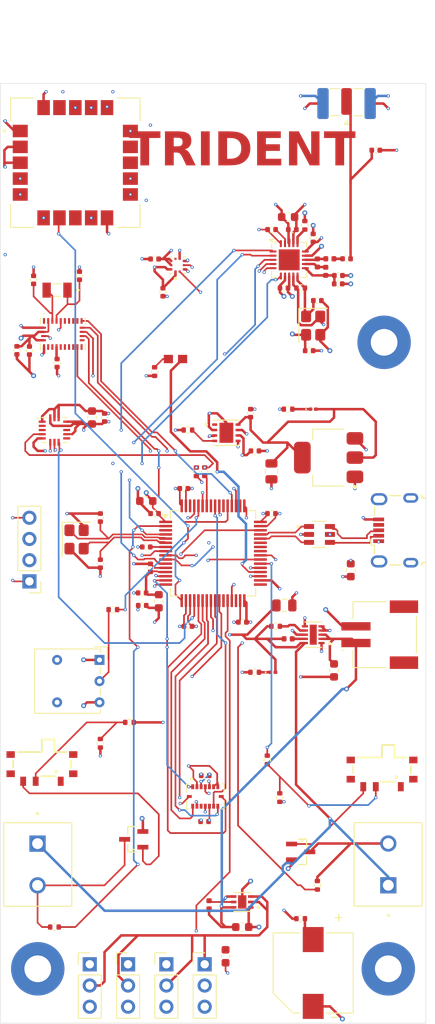
<source format=kicad_pcb>
(kicad_pcb (version 20241229) (generator "pcbnew") (generator_version "9.0")
  (layers (0 "F.Cu" signal) (4 "In1.Cu" power "PWR") (6 "In2.Cu" power "GND") (8 "In3.Cu" signal) (10 "In4.Cu" signal) (2 "B.Cu" signal) (13 "F.Paste" user) (15 "B.Paste" user) (5 "F.SilkS" user "F.Silkscreen") (7 "B.SilkS" user "B.Silkscreen") (1 "F.Mask" user) (3 "B.Mask" user) (25 "Edge.Cuts" user))
  (net 0 "")
  (net 2 "+3.3V")
  (net 3 "+3.3VA")
  (net 4 "/NRST")
  (net 5 "/HSE_IN")
  (net 6 "/HSE_OUT")
  (net 7 "VBUS")
  (net 8 "REGUSBO")
  (net 9 "Net-(U1-XOUT32{slash}CLKSEL1)")
  (net 10 "Net-(U1-XIN32)")
  (net 11 "Net-(U1-CAP)")
  (net 12 "Net-(U5-DVDD)")
  (net 13 "Net-(U5-XC1)")
  (net 14 "Net-(U5-XC2)")
  (net 15 "Net-(C33-Pad1)")
  (net 16 "Net-(J3-In)")
  (net 17 "NRF_VDD_PA")
  (net 18 "VBAT")
  (net 19 "REGLIPOO")
  (net 20 "SERVOPWR")
  (net 21 "/PWR_LED_K")
  (net 22 "Net-(D2-K)")
  (net 23 "Net-(D3-Pad1)")
  (net 24 "GREEN_LED")
  (net 28 "USB_CONN_D-")
  (net 31 "USB_CONN_D+")
  (net 32 "/SWDIO")
  (net 33 "/SWCLK")
  (net 34 "PYRO1CHN")
  (net 36 "NRF_ANT1")
  (net 37 "NRF_ANT2")
  (net 38 "Net-(U3-SW)")
  (net 39 "Net-(U10-L)")
  (net 40 "Net-(LS1-PadP)")
  (net 41 "1SERVOPWM")
  (net 42 "2SERVOPWM")
  (net 43 "3SERVOPWM")
  (net 44 "4SERVOPWM")
  (net 45 "/SW_BOOT0")
  (net 46 "/BOOT0")
  (net 47 "Net-(U5-IREF)")
  (net 48 "BUZZER")
  (net 49 "Net-(U3-PG)")
  (net 50 "Net-(U8-PC7)")
  (net 51 "PYRO1")
  (net 52 "PYRO2")
  (net 53 "Net-(U8-PB13)")
  (net 54 "Net-(U14-ILIM)")
  (net 55 "Net-(U11-G)")
  (net 58 "Net-(U12-G)")
  (net 59 "MISO_BNO")
  (net 61 "MOSI_BNO")
  (net 64 "BNO_INT")
  (net 68 "SCLK_BNO")
  (net 69 "BNO_CS")
  (net 78 "ACCEL INT 2")
  (net 79 "MOSI BMI")
  (net 80 "SCK BMI")
  (net 81 "CSB_ACCEL BMI")
  (net 82 "CSB_GYRO BMI")
  (net 83 "GYRO INT 3")
  (net 84 "MISO BMI ACC")
  (net 85 "ACCEL INT 1")
  (net 86 "MISO BMI GYR")
  (net 87 "NRF_SCK")
  (net 88 "NRF_IRQ")
  (net 89 "NRF_MISO")
  (net 90 "NRF_MOSI")
  (net 91 "NRF_CS")
  (net 92 "NRF_CE")
  (net 93 "SDA")
  (net 95 "SCL")
  (net 97 "TIMEPULSE")
  (net 107 "USB_D+")
  (net 110 "USB_D-")
  (net 111 "CSH3")
  (net 116 "Net-(U8-PB6)")
  (net 117 "Net-(U8-PB7)")
  (net 118 "Net-(U12-D)")
  (net 119 "Net-(U11-D)")
  (net 120 "PYRO2CHN")
  (net 121 "GND")
  (footprint "Capacitor_SMD:C_0402_1005Metric" (layer "F.Cu") (at 195.5 61.5 180)
    (property "Reference" "C35" (hide yes))
    (property "Value" "2.2nf" (hide yes))
  )
  (footprint "Capacitor_SMD:C_0402_1005Metric" (layer "F.Cu") (at 187.52 55 180)
    (property "Reference" "C30" (hide yes))
    (property "Value" "33nf" (hide yes))
  )
  (footprint "flightcomplib:XTAL_NX3215SA-32.768K-STD-MUA-8" (layer "F.Cu") (at 161.8125 62.25 180)
    (property "Reference" "Y2" (hide yes))
    (property "Value" "NX3215SA-32.768K-STD-MUA-8" (hide yes))
  )
  (footprint "Capacitor_SMD:C_0805_2012Metric" (layer "F.Cu") (at 187.5 83.95 -90)
    (property "Reference" "C14" (hide yes))
    (property "Value" "22u" (hide yes))
  )
  (footprint "Connector_PinHeader_2.54mm:PinHeader_1x03_P2.54mm_Vertical" (layer "F.Cu") (at 179.5 142.96)
    (property "Reference" "M4" (hide yes))
    (property "Value" "Motor_Servo" (hide yes))
  )
  (footprint "Capacitor_SMD:C_0603_1608Metric" (layer "F.Cu") (at 195 107.775 -90)
    (property "Reference" "C37" (hide yes))
    (property "Value" "2.2uf" (hide yes))
  )
  (footprint "Capacitor_SMD:C_0402_1005Metric" (layer "F.Cu") (at 164.5 60.52 90)
    (property "Reference" "C23" (hide yes))
    (property "Value" "22pF" (hide yes))
  )
  (footprint "flightcomplib:USBLC6_2SC6" (layer "F.Cu") (at 193.255 91.5)
    (property "Reference" "U13" (hide yes))
    (property "Value" "USBLC6-2SC6" (hide yes))
  )
  (footprint "Inductor_SMD:L_0603_1608Metric" (layer "F.Cu") (at 174 99.5 -90)
    (property "Reference" "FB1" (hide yes))
    (property "Value" "FerriteBead" (hide yes))
  )
  (footprint "Capacitor_SMD:C_0603_1608Metric" (layer "F.Cu") (at 197 95.775 -90)
    (property "Reference" "C13" (hide yes))
    (property "Value" "10u" (hide yes))
  )
  (footprint "Crystal:Crystal_SMD_3225-4Pin_3.2x2.5mm" (layer "F.Cu") (at 164.15 92.1 -90)
    (property "Reference" "Y1" (hide yes))
    (property "Value" "16MHz crystal" (hide yes))
  )
  (footprint "Capacitor_SMD:C_0402_1005Metric" (layer "F.Cu") (at 192.5 56 90)
    (property "Reference" "C28" (hide yes))
    (property "Value" "10nf" (hide yes))
  )
  (footprint "Connector_PinHeader_2.54mm:PinHeader_1x03_P2.54mm_Vertical" (layer "F.Cu") (at 170.32 142.96)
    (property "Reference" "M2" (hide yes))
    (property "Value" "Motor_Servo" (hide yes))
  )
  (footprint "Resistor_SMD:R_0402_1005Metric" (layer "F.Cu") (at 187 118.49 90)
    (property "Reference" "R9" (hide yes))
    (property "Value" "100" (hide yes))
  )
  (footprint "flightcomplib:LTST_S270GKT" (layer "F.Cu") (at 176 70.5)
    (property "Reference" "D3" (hide yes))
    (property "Value" "LTST-S270GKT" (hide yes))
  )
  (footprint "Inductor_SMD:L_0402_1005Metric" (layer "F.Cu") (at 180.025 135.835 90)
    (property "Reference" "L5" (hide yes))
    (property "Value" "1uH" (hide yes))
  )
  (footprint "Resistor_SMD:R_0402_1005Metric" (layer "F.Cu") (at 161.5 138.5)
    (property "Reference" "R13" (hide yes))
    (property "Value" "150" (hide yes))
  )
  (footprint "flightcomplib:TPS61240DRVR" (layer "F.Cu") (at 184 135.5 180)
    (property "Reference" "U10" (hide yes))
    (property "Value" "TPS61240DRVR" (hide yes))
  )
  (footprint "Capacitor_SMD:C_0402_1005Metric" (layer "F.Cu") (at 185 76.98 90)
    (property "Reference" "C42" (hide yes))
    (property "Value" "0.1u" (hide yes))
  )
  (footprint "flightcomplib:CUI_CMI-9653S-SMT" (layer "F.Cu") (at 192.5 144)
    (property "Reference" "LS1" (hide yes))
    (property "Value" "CMI-9653S-SMT" (hide yes))
  )
  (footprint "Capacitor_SMD:C_0603_1608Metric" (layer "F.Cu") (at 189.5 53.5)
    (property "Reference" "C26" (hide yes))
    (property "Value" "10uf" (hide yes))
  )
  (footprint "flightcomplib:IRLML6344TRPBF" (layer "F.Cu") (at 171 128 180)
    (property "Reference" "U12" (hide yes))
    (property "Value" "IRLML6344TRPBF" (hide yes))
  )
  (footprint "flightcomplib:IC_BNO085" (layer "F.Cu") (at 162.5 67.5)
    (property "Reference" "U1" (hide yes))
    (property "Value" "BNO085" (hide yes))
  )
  (footprint "Crystal:Crystal_SMD_3225-4Pin_3.2x2.5mm" (layer "F.Cu") (at 192.5 66.5 -90)
    (property "Reference" "Y3" (hide yes))
    (property "Value" "16MHz" (hide yes))
  )
  (footprint "Capacitor_SMD:C_0603_1608Metric" (layer "F.Cu") (at 166 77.5 90)
    (property "Reference" "C20" (hide yes))
    (property "Value" "10uf" (hide yes))
  )
  (footprint "Package_DFN_QFN:QFN-20-1EP_4x4mm_P0.5mm_EP2.5x2.5mm" (layer "F.Cu") (at 189.625 58.625)
    (property "Reference" "U5" (hide yes))
    (property "Value" "nRF24L01P" (hide yes))
  )
  (footprint "Capacitor_SMD:C_0402_1005Metric" (layer "F.Cu") (at 172.02 100 180)
    (property "Reference" "C9" (hide yes))
    (property "Value" "1u" (hide yes))
  )
  (footprint "flightcomplib:XDCR_BMP390L" (layer "F.Cu") (at 176.25 59.2625 180)
    (property "Reference" "U6" (hide yes))
    (property "Value" "BMP390L" (hide yes))
  )
  (footprint "Capacitor_SMD:C_0402_1005Metric" (layer "F.Cu") (at 187.5 89)
    (property "Reference" "C2" (hide yes))
    (property "Value" "100n" (hide yes))
  )
  (footprint "Resistor_SMD:R_0402_1005Metric" (layer "F.Cu") (at 191.5 54.49 -90)
    (property "Reference" "R3" (hide yes))
    (property "Value" "22k" (hide yes))
  )
  (footprint "Capacitor_SMD:C_0402_1005Metric" (layer "F.Cu") (at 179.486238 125.869998)
    (property "Reference" "C18" (hide yes))
    (property "Value" "0.1uf" (hide yes))
  )
  (footprint "Resistor_SMD:R_0402_1005Metric" (layer "F.Cu") (at 178.5 84 90)
    (property "Reference" "R17" (hide yes))
    (property "Value" "4.7k" (hide yes))
  )
  (footprint "Package_QFP:LQFP-64_10x10mm_P0.5mm" (layer "F.Cu") (at 180.5 93.75)
    (property "Reference" "U8" (hide yes))
    (property "Value" "STM32F446RET6" (hide yes))
  )
  (footprint "Resistor_SMD:R_0402_1005Metric" (layer "F.Cu") (at 191 62 180)
    (property "Reference" "R4" (hide yes))
    (property "Value" "1M" (hide yes))
  )
  (footprint "Resistor_SMD:R_0402_1005Metric" (layer "F.Cu") (at 177.49 79)
    (property "Reference" "R15" (hide yes))
    (property "Value" "400" (hide yes))
  )
  (footprint "Capacitor_SMD:C_0402_1005Metric" (layer "F.Cu") (at 172 98.5 180)
    (property "Reference" "C8" (hide yes))
    (property "Value" "1u" (hide yes))
  )
  (footprint "Capacitor_SMD:C_0402_1005Metric" (layer "F.Cu") (at 177.5 102.5 180)
    (property "Reference" "C4" (hide yes))
    (property "Value" "100n" (hide yes))
  )
  (footprint "flightcomplib:PHOENIX_1985849" (layer "F.Cu") (at 155.425 126.0125 -90)
    (property "Reference" "J4" (hide yes))
    (property "Value" "1985849" (hide yes))
  )
  (footprint "Resistor_SMD:R_0402_1005Metric" (layer "F.Cu") (at 185.49 108 180)
    (property "Reference" "R7" (hide yes))
    (property "Value" "1k" (hide yes))
  )
  (footprint "Connector_USB:USB_Micro-B_Wuerth_629105150521" (layer "F.Cu") (at 202.245 91.005 90)
    (property "Reference" "J1" (hide yes))
    (property "Value" "USB_B_Micro" (hide yes))
  )
  (footprint "Capacitor_SMD:C_0402_1005Metric" (layer "F.Cu") (at 196.5 58.5)
    (property "Reference" "C33" (hide yes))
    (property "Value" "1.5pf" (hide yes))
  )
  (footprint "Capacitor_SMD:C_0402_1005Metric" (layer "F.Cu") (at 167.5 77.5 90)
    (property "Reference" "C21" (hide yes))
    (property "Value" "0.1uf" (hide yes))
  )
  (footprint "MountingHole:MountingHole_3.2mm_M3_Pad" (layer "F.Cu") (at 201.5 143.5)
    (property "Reference" "H3" (hide yes))
    (property "Value" "MountingHole" (hide yes))
  )
  (footprint "Resistor_SMD:R_0402_1005Metric" (layer "F.Cu") (at 189.49 76.5 180)
    (property "Reference" "R2" (hide yes))
    (property "Value" "1k" (hide yes))
  )
  (footprint "flightcomplib:XCVR_SAM-M10Q-00B" (layer "F.Cu") (at 164 47)
    (property "Reference" "U7" (hide yes))
    (property "Value" "SAM-M10Q-00B" (hide yes))
  )
  (footprint "Capacitor_SMD:C_0402_1005Metric" (layer "F.Cu") (at 157 69.46 -90)
    (property "Reference" "C19" (hide yes))
    (property "Value" "0.1uf" (hide yes))
  )
  (footprint "flightcomplib:JST_S2B-PH-SM4-TB_LF__SN_" (layer "F.Cu") (at 197.625 103.5 -90)
    (property "Reference" "P1" (hide yes))
    (property "Value" "S2B-PH-SM4-TB_LF__SN_" (hide yes))
  )
  (footprint "Capacitor_SMD:C_0402_1005Metric" (layer "F.Cu") (at 200 45.5 180)
    (property "Reference" "C34" (hide yes))
    (property "Value" "1p" (hide yes))
  )
  (footprint "Resistor_SMD:R_0402_1005Metric" (layer "F.Cu") (at 179.5 83.99 90)
    (property "Reference" "R16" (hide yes))
    (property "Value" "4.7k" (hide yes))
  )
  (footprint "Resistor_SMD:R_0402_1005Metric" (layer "F.Cu") (at 173.5 72 -90)
    (property "Reference" "R8" (hide yes))
    (property "Value" "150" (hide yes))
  )
  (footprint "Resistor_SMD:R_0402_1005Metric" (layer "F.Cu") (at 170.49 114 180)
    (property "Reference" "R12" (hide yes))
    (property "Value" "100" (hide yes))
  )
  (footprint "Capacitor_SMD:C_0402_1005Metric" (layer "F.Cu") (at 190 55)
    (property "Reference" "C29" (hide yes))
    (property "Value" "10nf" (hide yes))
  )
  (footprint "Resistor_SMD:R_0402_1005Metric" (layer "F.Cu") (at 191 137.5)
    (property "Reference" "R5" (hide yes))
    (property "Value" "100" (hide yes))
  )
  (footprint "Capacitor_SMD:C_0402_1005Metric" (layer "F.Cu") (at 173 95.5 90)
    (property "Reference" "C7" (hide yes))
    (property "Value" "10n" (hide yes))
  )
  (footprint "flightcomplib:450404015514" (layer "F.Cu") (at 200.75 119.65)
    (property "Reference" "S1" (hide yes))
    (property "Value" "450404015514" (hide yes))
  )
  (footprint "Capacitor_SMD:C_0402_1005Metric" (layer "F.Cu") (at 167 95 -90)
    (property "Reference" "C12" (hide yes))
    (property "Value" "10p" (hide yes))
  )
  (footprint "Resistor_SMD:R_0402_1005Metric" (layer "F.Cu") (at 193 133.5 -90)
    (property "Reference" "R14" (hide yes))
    (property "Value" "150" (hide yes))
  )
  (footprint "Capacitor_SMD:C_0402_1005Metric" (layer "F.Cu") (at 185.52 81.5)
    (property "Reference" "C41" (hide yes))
    (property "Value" "0.1u" (hide yes))
  )
  (footprint "Inductor_SMD:L_0402_1005Metric" (layer "F.Cu") (at 193 59 -90)
    (property "Reference" "L1" (hide yes))
    (property "Value" "8.2n" (hide yes))
  )
  (footprint "flightcomplib:TPS2113ADRBR" (layer "F.Cu") (at 182.1 79.325)
    (property "Reference" "U14" (hide yes))
    (property "Value" "TPS2113ADRBR" (hide yes))
  )
  (footprint "Capacitor_SMD:C_0402_1005Metric" (layer "F.Cu") (at 189 62)
    (property "Reference" "C27" (hide yes))
    (property "Value" "10nf" (hide yes))
  )
  (footprint "MountingHole:MountingHole_3.2mm_M3_Pad" (layer "F.Cu") (at 201 68.5)
    (property "Reference" "H1" (hide yes))
    (property "Value" "MountingHole" (hide yes))
  )
  (footprint "Capacitor_SMD:C_0805_2012Metric" (layer "F.Cu") (at 189.05 100)
    (property "Reference" "C38" (hide yes))
    (property "Value" "22uf" (hide yes))
  )
  (footprint "Inductor_SMD:L_0402_1005Metric" (layer "F.Cu") (at 194.5 58.5)
    (property "Reference" "L2" (hide yes))
    (property "Value" "3.9n" (hide yes))
  )
  (footprint "flightcomplib:BMI088" (layer "F.Cu") (at 179.571238 122.869998)
    (property "Reference" "U2" (hide yes))
    (property "Value" "BMI088" (hide yes))
  )
  (footprint "Resistor_SMD:R_0402_1005Metric" (layer "F.Cu") (at 188.5 123 90)
    (property "Reference" "R10" (hide yes))
    (property "Value" "10K" (hide yes))
  )
  (footprint "flightcomplib:IRLML6344TRPBF" (layer "F.Cu") (at 191 129.5)
    (property "Reference" "U11" (hide yes))
    (property "Value" "IRLML6344TRPBF" (hide yes))
  )
  (footprint "Capacitor_SMD:C_0402_1005Metric" (layer "F.Cu") (at 158.5 69.48 -90)
    (property "Reference" "C22" (hide yes))
    (property "Value" "0.1uf" (hide yes))
  )
  (footprint "Capacitor_SMD:C_0402_1005Metric" (layer "F.Cu") (at 179.571238 120.369998)
    (property "Reference" "C17" (hide yes))
    (property "Value" "0.1uf" (hide yes))
  )
  (footprint "Connector_PinHeader_2.54mm:PinHeader_1x04_P2.54mm_Vertical" (layer "F.Cu") (at 158.5 97.12 180)
    (property "Reference" "J2" (hide yes))
    (property "Value" "Conn_01x04_Pin" (hide yes))
  )
  (footprint "flightcomplib:PHOENIX_1985849" (layer "F.Cu") (at 205.55 136 90)
    (property "Reference" "J7" (hide yes))
    (property "Value" "1985849" (hide yes))
  )
  (footprint "Connector_PinHeader_2.54mm:PinHeader_1x03_P2.54mm_Vertical" (layer "F.Cu") (at 174.91 142.96)
    (property "Reference" "M3" (hide yes))
    (property "Value" "Motor_Servo" (hide yes))
  )
  (footprint "Package_TO_SOT_SMD:SOT-223-3_TabPin2" (layer "F.Cu") (at 194.35 82.3 180)
    (property "Reference" "U4" (hide yes))
    (property "Value" "AMS1117-3.3" (hide yes))
  )
  (footprint "Capacitor_SMD:C_0402_1005Metric" (layer "F.Cu") (at 177 86)
    (property "Reference" "C1" (hide yes))
    (property "Value" "100n" (hide yes))
  )
  (footprint "Capacitor_SMD:C_0603_1608Metric" (layer "F.Cu") (at 184 138.5)
    (property "Reference" "C39" (hide yes))
    (property "Value" "2.2uF" (hide yes))
  )
  (footprint "Inductor_SMD:L_0402_1005Metric" (layer "F.Cu") (at 194 60 90)
    (property "Reference" "L3" (hide yes))
    (property "Value" "2.7n" (hide yes))
  )
  (footprint "Capacitor_SMD:C_0402_1005Metric" (layer "F.Cu") (at 173.5 58.525 180)
    (property "Reference" "C16" (hide yes))
    (property "Value" "0.1uf" (hide yes))
  )
  (footprint "flightcomplib:450404015514" (layer "F.Cu") (at 160 119)
    (property "Reference" "S2" (hide yes))
    (property "Value" "450404015514" (hide yes))
  )
  (footprint "Capacitor_SMD:C_0603_1608Metric" (layer "F.Cu") (at 172.5 87.5 180)
    (property "Reference" "C6" (hide yes))
    (property "Value" "10u" (hide yes))
  )
  (footprint "flightcomplib:H3LIS331DL" (layer "F.Cu") (at 161.5 79)
    (property "Reference" "U9" (hide yes))
    (property "Value" "H3LIS331DL" (hide yes))
  )
  (footprint "LED_SMD:LED_0201_0603Metric" (layer "F.Cu") (at 192.5 76.5)
    (property "Reference" "D1" (hide yes))
    (property "Value" "RED" (hide yes))
  )
  (footprint "Capacitor_SMD:C_0402_1005Metric" (layer "F.Cu") (at 195.52 60.5 180)
    (property "Reference" "C36" (hide yes))
    (property "Value" "4.7pf" (hide yes))
  )
  (footprint "Capacitor_SMD:C_0402_1005Metric" (layer "F.Cu") (at 174.5 62.5 90)
    (property "Reference" "C15" (hide yes))
    (property "Value" "0.1uf" (hide yes))
  )
  (footprint "Resistor_SMD:R_0402_1005Metric" (layer "F.Cu") (at 188 102.5)
    (property "Reference" "R6" (hide yes))
    (property "Value" "100k" (hide yes))
  )
  (footprint "flightcomplib:TPS62177DQCT" (layer "F.Cu") (at 192.505 103.5 180)
    (property "Reference" "U3" (hide yes))
    (property "Value" "TPS62177DQCT" (hide yes))
  )
  (footprint "Capacitor_SMD:C_0402_1005Metric" (layer "F.Cu") (at 192.02 69.5 180)
    (property "Reference" "C32" (hide yes))
    (property "Value" "12pf" (hide yes))
  )
  (footprint "Capacitor_SMD:C_0402_1005Metric" (layer "F.Cu") (at 173.5 89 180)
    (property "Reference" "C5" (hide yes))
    (property "Value" "100n" (hide yes))
  )
  (footprint "Capacitor_SMD:C_0402_1005Metric" (layer "F.Cu") (at 172.5 93 180)
    (property "Reference" "C10" (hide yes))
    (property "Value" "100n" (hide yes))
  )
  (footprint "Resistor_SMD:R_0402_1005Metric" (layer "F.Cu") (at 167 116.5 90)
    (property "Reference" "R11" (hide yes))
    (property "Value" "10K" (hide yes))
  )
  (footprint "Capacitor_SMD:C_0603_1608Metric" (layer "F.Cu") (at 182 142 -90)
    (property "Reference" "C40" (hide yes))
    (property "Value" "4.7uF" (hide yes))
  )
  (footprint "Capacitor_SMD:C_0402_1005Metric" (layer "F.Cu") (at 159 61.02 90)
    (property "Reference" "C24" (hide yes))
    (property "Value" "22pf" (hide yes))
  )
  (footprint "Capacitor_SMD:C_0402_1005Metric" (layer "F.Cu") (at 161.8125 70.98 -90)
    (property "Reference" "C25" (hide yes))
    (property "Value" "0.1uf" (hide yes))
  )
  (footprint "LED_SMD:LED_0201_0603Metric" (layer "F.Cu") (at 187.655 108)
    (property "Reference" "D2" (hide yes))
    (property "Value" "RED" (hide yes))
  )
  (footprint "Capacitor_SMD:C_0402_1005Metric" (layer "F.Cu") (at 167 89.48 90)
    (property "Reference" "C11" (hide yes))
    (property "Value" "10p" (hide yes))
  )
  (footprint "Connector_PinHeader_2.54mm:PinHeader_1x03_P2.54mm_Vertical" (layer "F.Cu") (at 165.73 142.96)
    (property "Reference" "M1" (hide yes))
    (property "Value" "Motor_Servo" (hide yes))
  )
  (footprint "Resistor_SMD:R_0402_1005Metric" (layer "F.Cu") (at 168.5 100.5)
    (property "Reference" "R1" (hide yes))
    (property "Value" "10k" (hide yes))
  )
  (footprint "Connector_Coaxial:SMA_Samtec_SMA-J-P-H-ST-EM1_EdgeMount" (layer "F.Cu") (at 196.5 39.6625 90)
    (property "Reference" "J3" (hide yes))
    (property "Value" "Conn_Coaxial" (hide yes))
  )
  (footprint "Capacitor_SMD:C_0402_1005Metric" (layer "F.Cu") (at 184.02 102 180)
    (property "Reference" "C3" (hide yes))
    (property "Value" "100n" (hide yes))
  )
  (footprint "Inductor_SMD:L_0402_1005Metric" (layer "F.Cu") (at 189.5 104 180)
    (property "Reference" "L4" (hide yes))
    (property "Value" "10uH" (hide yes))
  )
  (footprint "MountingHole:MountingHole_3.2mm_M3_Pad" (layer "F.Cu") (at 159.5 143.5)
    (property "Reference" "H2" (hide yes))
    (property "Value" "MountingHole" (hide yes))
  )
  (footprint "Button_Switch_THT:SW_Lever_1P2T_NKK_GW12LxH" (layer "F.Cu") (at 166.8975 106.5225 -90)
    (property "Reference" "SW1" (hide yes))
    (property "Value" "SW_SPDT" (hide yes))
  )
  (footprint "Capacitor_SMD:C_0402_1005Metric" (layer "F.Cu") (at 193 63.5)
    (property "Reference" "C31" (hide yes))
    (property "Value" "12pf" (hide yes))
  )
  (gr_rect (start 155 37.5) (end 206 150) (stroke (width 0.05)) (fill no) (layer "Edge.Cuts"))
  (gr_text "TRIDENT" (at 184 48 0) (layer "F.Cu") (effects (font (size 4 4) (thickness 0.5) (bold yes)) (justify bottom)))
  (segment (start 162 76) (end 164.5 76) (width 0.3) (layer "F.Cu") (net 2))
  (segment (start 188.52 62) (end 188.52 61.690001) (width 0.3) (layer "F.Cu") (net 2))
  (segment (start 158.5 68.0225) (end 158.5 69) (width 0.3) (layer "F.Cu") (net 2))
  (segment (start 160.25 69.0625) (end 160.25 69.75) (width 0.3) (layer "F.Cu") (net 2))
  (segment (start 162 77.53) (end 162 76) (width 0.3) (layer "F.Cu") (net 2))
  (segment (start 190.514074 103.5) (end 190.014074 103) (width 0.3) (layer "F.Cu") (net 2))
  (segment (start 188.52 62.52) (end 189 63) (width 0.3) (layer "F.Cu") (net 2))
  (segment (start 187.02 89.155) (end 186.175 90) (width 0.2) (layer "F.Cu") (net 2))
  (segment (start 179.071238 121.704998) (end 179.071238 121.082814) (width 0.2) (layer "F.Cu") (net 2))
  (segment (start 176.52 87.845) (end 176.52 86) (width 0.2) (layer "F.Cu") (net 2))
  (segment (start 192.5 56.48) (end 193.02 56.48) (width 0.3) (layer "F.Cu") (net 2))
  (segment (start 155.5 47) (end 155.5 47.5) (width 0.3) (layer "F.Cu") (net 2))
  (segment (start 159.3525 68.25) (end 158.8125 67.71) (width 0.3) (layer "F.Cu") (net 2))
  (segment (start 176 60.025) (end 176 60.5) (width 0.3) (layer "F.Cu") (net 2))
  (segment (start 159.113 67.71) (end 159.573 67.25) (width 0.3) (layer "F.Cu") (net 2))
  (segment (start 184.5 102) (end 184.5 99.675) (width 0.3) (layer "F.Cu") (net 2))
  (segment (start 176.5 58.5) (end 176.5 57.5) (width 0.3) (layer "F.Cu") (net 2))
  (segment (start 188.625 61.895) (end 188.52 62) (width 0.3) (layer "F.Cu") (net 2))
  (segment (start 160.702 67.25) (end 160.1875 67.25) (width 0.2) (layer "F.Cu") (net 2))
  (segment (start 158.8125 67.71) (end 159.113 67.71) (width 0.3) (layer "F.Cu") (net 2))
  (segment (start 186.45 90) (end 186.5 89.95) (width 0.2) (layer "F.Cu") (net 2))
  (segment (start 180.071238 125.704998) (end 180.071238 124.034998) (width 0.2) (layer "F.Cu") (net 2))
  (segment (start 167.5 77.02) (end 167.98 77.02) (width 0.3) (layer "F.Cu") (net 2))
  (segment (start 160.25 69.75) (end 160 70) (width 0.3) (layer "F.Cu") (net 2))
  (segment (start 160.03 78) (end 160.03 77.348) (width 0.3) (layer "F.Cu") (net 2))
  (segment (start 155.9 45.1) (end 155.5 45.5) (width 0.3) (layer "F.Cu") (net 2))
  (segment (start 177.499 102.019) (end 177.98 102.5) (width 0.2) (layer "F.Cu") (net 2))
  (segment (start 160.776 65.9635) (end 160.776 67.176) (width 0.2) (layer "F.Cu") (net 2))
  (segment (start 189.625 56.18849) (end 189.625 56.6875) (width 0.3) (layer "F.Cu") (net 2))
  (segment (start 173.275 87.5) (end 173.275 88.295) (width 0.2) (layer "F.Cu") (net 2))
  (segment (start 172.5 86.5) (end 172.5 86.725) (width 0.3) (layer "F.Cu") (net 2))
  (segment (start 174.7605 59.5) (end 173.651 59.5) (width 0.3) (layer "F.Cu") (net 2))
  (segment (start 162 76) (end 161.5 76.5) (width 0.3) (layer "F.Cu") (net 2))
  (segment (start 184.5 79.5) (end 184.534619 79.465381) (width 0.3) (layer "F.Cu") (net 2))
  (segment (start 188.52 61.690001) (end 189.125 61.085001) (width 0.3) (layer "F.Cu") (net 2))
  (segment (start 189.125 60.976) (end 189.101 61) (width 0.3) (layer "F.Cu") (net 2))
  (segment (start 193.02 56.48) (end 193.5 56) (width 0.3) (layer "F.Cu") (net 2))
  (segment (start 177.75 101.041479) (end 177.499 101.292479) (width 0.2) (layer "F.Cu") (net 2))
  (segment (start 184.5 99.675) (end 184.25 99.425) (width 0.3) (layer "F.Cu") (net 2))
  (segment (start 172.025 58.525) (end 172 58.5) (width 0.3) (layer "F.Cu") (net 2))
  (segment (start 174 100.2875) (end 174 101.5) (width 0.3) (layer "F.Cu") (net 2))
  (segment (start 188.52 62) (end 188.52 62.52) (width 0.3) (layer "F.Cu") (net 2))
  (segment (start 166.8975 111.6025) (end 165.3975 111.6025) (width 0.3) (layer "F.Cu") (net 2))
  (segment (start 189.125 61.085001) (end 189.125 60.5625) (width 0.3) (layer "F.Cu") (net 2))
  (segment (start 160.03 77.348) (end 160.878 76.5) (width 0.3) (layer "F.Cu") (net 2))
  (segment (start 179.966238 125.809998) (end 180.071238 125.704998) (width 0.2) (layer "F.Cu") (net 2))
  (segment (start 157.79 67.71) (end 157.5 68) (width 0.3) (layer "F.Cu") (net 2))
  (segment (start 184 79) (end 184.5 79.5) (width 0.3) (layer "F.Cu") (net 2))
  (segment (start 157.4 45.1) (end 155.9 45.1) (width 0.3) (layer "F.Cu") (net 2))
  (segment (start 165.225 76.725) (end 166 76.725) (width 0.3) (layer "F.Cu") (net 2))
  (segment (start 173.275 87.5) (end 173.275 87.275) (width 0.2) (layer "F.Cu") (net 2))
  (segment (start 180.051238 120.224998) (end 180.071238 120.204998) (width 0.2) (layer "F.Cu") (net 2))
  (segment (start 192.5 56.48) (end 192.5 56.6875) (width 0.3) (layer "F.Cu") (net 2))
  (segment (start 189.52 54.295) (end 188.725 53.5) (width 0.3) (layer "F.Cu") (net 2))
  (segment (start 177.98 102.5) (end 178.5 102.5) (width 0.3) (layer "F.Cu") (net 2))
  (segment (start 188.725 53.5) (end 188.725 52.725) (width 0.3) (layer "F.Cu") (net 2))
  (segment (start 189.551 56.6135) (end 189.625 56.6875) (width 0.3) (layer "F.Cu") (net 2))
  (segment (start 157.5425 68.98) (end 157 68.98) (width 0.3) (layer "F.Cu") (net 2))
  (segment (start 189.52 55) (end 189.52 54.295) (width 0.3) (layer "F.Cu") (net 2))
  (segment (start 179.966238 125.869998) (end 179.966238 125.809998) (width 0.2) (layer "F.Cu") (net 2))
  (segment (start 173.651 59.5) (end 173.5 59.5) (width 0.3) (layer "F.Cu") (net 2))
  (segment (start 189.54 55) (end 189.551 55.011) (width 0.2) (layer "F.Cu") (net 2))
  (segment (start 165.3975 111.6025) (end 165 112) (width 0.3) (layer "F.Cu") (net 2))
  (segment (start 159.573 67.25) (end 160.1875 67.25) (width 0.3) (layer "F.Cu") (net 2))
  (segment (start 176.75 88.075) (end 176.52 87.845) (width 0.2) (layer "F.Cu") (net 2))
  (segment (start 172.5 86.725) (end 173.275 87.5) (width 0.3) (layer "F.Cu") (net 2))
  (segment (start 177.75 99.425) (end 177.75 101.041479) (width 0.2) (layer "F.Cu") (net 2))
  (segment (start 167.205 76.725) (end 167.5 77.02) (width 0.3) (layer "F.Cu") (net 2))
  (segment (start 191.5 53.98) (end 191.5 53) (width 0.3) (layer "F.Cu") (net 2))
  (segment (start 160.75 65.9375) (end 160.776 65.9635) (width 0.2) (layer "F.Cu") (net 2))
  (segment (start 191.51 103.5) (end 190.514074 103.5) (width 0.3) (layer "F.Cu") (net 2))
  (segment (start 187.02 89) (end 187.02 89.155) (width 0.2) (layer "F.Cu") (net 2))
  (segment (start 173.02 58.525) (end 172.025 58.525) (width 0.3) (layer "F.Cu") (net 2))
  (segment (start 176 60.5) (end 174.5 62) (width 0.3) (layer "F.Cu") (net 2))
  (segment (start 183.5 79) (end 184 79) (width 0.3) (layer "F.Cu") (net 2))
  (segment (start 158.8125 67.71) (end 158.5 68.0225) (width 0.3) (layer "F.Cu") (net 2))
  (segment (start 176.52 86) (end 176 86) (width 0.3) (layer "F.Cu") (net 2))
  (segment (start 179.071238 121.082814) (end 179.068422 121.079998) (width 0.2) (layer "F.Cu") (net 2))
  (segment (start 189.551 55.011) (end 189.551 56.6135) (width 0.3) (layer "F.Cu") (net 2))
  (segment (start 172.7875 100.2875) (end 172.5 100) (width 0.3) (layer "F.Cu") (net 2))
  (segment (start 160.1875 68.25) (end 159.3525 68.25) (width 0.3) (layer "F.Cu") (net 2))
  (segment (start 174 101.5) (end 173.5 102) (width 0.3) (layer "F.Cu") (net 2))
  (segment (start 155.5 47.5) (end 155.6 47.5) (width 0.2) (layer "F.Cu") (net 2))
  (segment (start 168 77) (end 167.98 77.02) (width 0.3) (layer "F.Cu") (net 2))
  (segment (start 190 103) (end 190.014074 103) (width 0.3) (layer "F.Cu") (net 2))
  (segment (start 158.5 68.0225) (end 157.5425 68.98) (width 0.3) (layer "F.Cu") (net 2))
  (segment (start 184.5 102) (end 185 102) (width 0.3) (layer "F.Cu") (net 2))
  (segment (start 160.776 67.176) (end 160.702 67.25) (width 0.2) (layer "F.Cu") (net 2))
  (segment (start 155.5 45.5) (end 155.5 47) (width 0.3) (layer "F.Cu") (net 2))
  (segment (start 157.4 47) (end 155.5 47) (width 0.3) (layer "F.Cu") (net 2))
  (segment (start 174.5 61) (end 174.5 62.02) (width 0.3) (layer "F.Cu") (net 2))
  (segment (start 173.5 59.5) (end 173.5 60) (width 0.3) (layer "F.Cu") (net 2))
  (segment (start 177.499 101.292479) (end 177.499 102.019) (width 0.2) (layer "F.Cu") (net 2))
  (segment (start 161.5 76.5) (end 161.5 77.53) (width 0.3) (layer "F.Cu") (net 2))
  (segment (start 186.175 90) (end 186.45 90) (width 0.2) (layer "F.Cu") (net 2))
  (segment (start 187.02 89) (end 186.5 89) (width 0.2) (layer "F.Cu") (net 2))
  (segment (start 173.98 89) (end 173.98 89.155) (width 0.2) (layer "F.Cu") (net 2))
  (segment (start 160.878 76.5) (end 161.5 76.5) (width 0.3) (layer "F.Cu") (net 2))
  (segment (start 173.98 89.155) (end 174.825 90) (width 0.2) (layer "F.Cu") (net 2))
  (segment (start 164.5 76) (end 165.225 76.725) (width 0.3) (layer "F.Cu") (net 2))
  (segment (start 192.5 56.6875) (end 191.5625 57.625) (width 0.3) (layer "F.Cu") (net 2))
  (segment (start 189.125 60.5625) (end 189.125 60.976) (width 0.3) (layer "F.Cu") (net 2))
  (segment (start 188.725 52.725) (end 188 52) (width 0.3) (layer "F.Cu") (net 2))
  (segment (start 175.023 59.7625) (end 174.7605 59.5) (width 0.3) (layer "F.Cu") (net 2))
  (segment (start 175.4875 59.7625) (end 175.023 59.7625) (width 0.3) (layer "F.Cu") (net 2))
  (segment (start 158.8125 67.71) (end 157.79 67.71) (width 0.3) (layer "F.Cu") (net 2))
  (segment (start 166 76.725) (end 167.205 76.725) (width 0.3) (layer "F.Cu") (net 2))
  (segment (start 173.5 60) (end 174.5 61) (width 0.3) (layer "F.Cu") (net 2))
  (segment (start 158.5 97.12) (end 156.62 97.12) (width 0.2) (layer "F.Cu") (net 2))
  (segment (start 174 100.2875) (end 172.7875 100.2875) (width 0.3) (layer "F.Cu") (net 2))
  (segment (start 180.051238 120.369998) (end 180.051238 120.224998) (width 0.2) (layer "F.Cu") (net 2))
  (segment (start 174.5 62) (end 174.5 62.02) (width 0.3) (layer "F.Cu") (net 2))
  (segment (start 173.275 88.295) (end 173.98 89) (width 0.2) (layer "F.Cu") (net 2))
  (segment (start 156.62 97.12) (end 156.5 97) (width 0.2) (layer "F.Cu") (net 2))
  (via (at 172 58.5) (size 0.4) (drill 0.2) (layers "F.Cu" "B.Cu") (net 2))
  (via (at 188 52) (size 0.4) (drill 0.2) (layers "F.Cu" "B.Cu") (net 2))
  (via (at 173.5 102) (size 0.4) (drill 0.2) (layers "F.Cu" "B.Cu") (net 2))
  (via (at 165.9 40.4) (size 0.4) (drill 0.2) (layers "F.Cu" "B.Cu") (net 2))
  (via (at 162.5 38.5) (size 0.4) (drill 0.2) (layers "F.Cu" "B.Cu") (net 2))
  (via (at 165 112) (size 0.6) (drill 0.3) (layers "F.Cu" "B.Cu") (net 2))
  (via (at 184.534619 79.465381) (size 0.4) (drill 0.2) (layers "F.Cu" "B.Cu") (net 2))
  (via (at 178.5 102.5) (size 0.4) (drill 0.2) (layers "F.Cu" "B.Cu") (net 2))
  (via (at 191.5 53) (size 0.6) (drill 0.3) (layers "F.Cu" "B.Cu") (net 2))
  (via (at 190.014074 103) (size 0.4) (drill 0.2) (layers "F.Cu" "B.Cu") (net 2))
  (via (at 164 40.4) (size 0.4) (drill 0.2) (layers "F.Cu" "B.Cu") (net 2))
  (via (at 156.5 97) (size 0.4) (drill 0.2) (layers "F.Cu" "B.Cu") (net 2))
  (via (at 179.068422 121.079998) (size 0.4) (drill 0.2) (layers "F.Cu" "B.Cu") (net 2))
  (via (at 180.071238 125.704998) (size 0.4) (drill 0.2) (layers "F.Cu" "B.Cu") (net 2))
  (via (at 172.5 86.5) (size 0.6) (drill 0.3) (layers "F.Cu" "B.Cu") (net 2))
  (via (at 185 102) (size 0.4) (drill 0.2) (layers "F.Cu" "B.Cu") (net 2))
  (via (at 167.98 77.02) (size 0.4) (drill 0.2) (layers "F.Cu" "B.Cu") (net 2))
  (via (at 173.5 59.5) (size 0.4) (drill 0.2) (layers "F.Cu" "B.Cu") (net 2))
  (via (at 193.5 56) (size 0.4) (drill 0.2) (layers "F.Cu" "B.Cu") (net 2))
  (via (at 155.6 47.5) (size 0.4) (drill 0.2) (layers "F.Cu" "B.Cu") (net 2))
  (via (at 157.5 68) (size 0.6) (drill 0.3) (layers "F.Cu" "B.Cu") (net 2))
  (via (at 186.5 89) (size 0.4) (drill 0.2) (layers "F.Cu" "B.Cu") (net 2))
  (via (at 160 70) (size 0.4) (drill 0.2) (layers "F.Cu" "B.Cu") (net 2))
  (via (at 176.5 57.5) (size 0.4) (drill 0.2) (layers "F.Cu" "B.Cu") (net 2))
  (via (at 180.071238 120.204998) (size 0.4) (drill 0.2) (layers "F.Cu" "B.Cu") (net 2))
  (via (at 176 86) (size 0.4) (drill 0.2) (layers "F.Cu" "B.Cu") (net 2))
  (via (at 189 63) (size 0.6) (drill 0.3) (layers "F.Cu" "B.Cu") (net 2))
  (segment (start 179.276236 121) (end 179 121) (width 0.2) (layer "B.Cu") (net 2))
  (segment (start 179 121.011576) (end 179.068422 121.079998) (width 0.2) (layer "B.Cu") (net 2))
  (segment (start 180.071238 120.204998) (end 179.276236 121) (width 0.2) (layer "B.Cu") (net 2))
  (segment (start 179 121) (end 179 121.011576) (width 0.2) (layer "B.Cu") (net 2))
  (segment (start 173.063572 95.916428) (end 173 95.98) (width 0.2) (layer "F.Cu") (net 3))
  (segment (start 172.6925 98.7125) (end 172.48 98.5) (width 0.3) (layer "F.Cu") (net 3))
  (segment (start 174.825 96) (end 173.953547 96) (width 0.2) (layer "F.Cu") (net 3))
  (segment (start 173.869975 95.916428) (end 173.063572 95.916428) (width 0.2) (layer "F.Cu") (net 3))
  (segment (start 172.48 98.5) (end 172.48 96.5) (width 0.3) (layer "F.Cu") (net 3))
  (segment (start 173.953547 96) (end 173.869975 95.916428) (width 0.2) (layer "F.Cu") (net 3))
  (segment (start 174 98.7125) (end 172.6925 98.7125) (width 0.3) (layer "F.Cu") (net 3))
  (segment (start 172.48 96.5) (end 173 95.98) (width 0.3) (layer "F.Cu") (net 3))
  (segment (start 174.825 93) (end 172.98 93) (width 0.2) (layer "F.Cu") (net 4))
  (segment (start 168.5 91.5) (end 172.003612 91.5) (width 0.2) (layer "F.Cu") (net 5))
  (segment (start 173.937888 91.851) (end 173.987888 91.901) (width 0.2) (layer "F.Cu") (net 5))
  (segment (start 168 92) (end 168.5 91.5) (width 0.2) (layer "F.Cu") (net 5))
  (segment (start 168 92) (end 164.3 92) (width 0.2) (layer "F.Cu") (net 5))
  (segment (start 173.987888 91.901) (end 174.726 91.901) (width 0.2) (layer "F.Cu") (net 5))
  (segment (start 164.3 92) (end 163.3 91) (width 0.2) (layer "F.Cu") (net 5))
  (segment (start 167 91) (end 167 89.96) (width 0.2) (layer "F.Cu") (net 5))
  (segment (start 172.003612 91.5) (end 172.354612 91.851) (width 0.2) (layer "F.Cu") (net 5))
  (segment (start 172.354612 91.851) (end 173.937888 91.851) (width 0.2) (layer "F.Cu") (net 5))
  (segment (start 174.726 91.901) (end 174.825 92) (width 0.2) (layer "F.Cu") (net 5))
  (segment (start 168 92) (end 167 91) (width 0.2) (layer "F.Cu") (net 5))
  (segment (start 172.209223 92.202) (end 173.792499 92.202) (width 0.2) (layer "F.Cu") (net 6))
  (segment (start 173.799 92.212112) (end 173.987888 92.401) (width 0.2) (layer "F.Cu") (net 6))
  (segment (start 168 92.496388) (end 168.645388 91.851) (width 0.2) (layer "F.Cu") (net 6))
  (segment (start 171.858224 91.851) (end 172.209223 92.202) (width 0.2) (layer "F.Cu") (net 6))
  (segment (start 168.645388 91.851) (end 171.858224 91.851) (width 0.2) (layer "F.Cu") (net 6))
  (segment (start 167 93.5) (end 168 92.5) (width 0.2) (layer "F.Cu") (net 6))
  (segment (start 173.792499 92.202) (end 173.799 92.208501) (width 0.2) (layer "F.Cu") (net 6))
  (segment (start 168 92.459) (end 165.741 92.459) (width 0.2) (layer "F.Cu") (net 6))
  (segment (start 167 94.52) (end 167 93.5) (width 0.2) (layer "F.Cu") (net 6))
  (segment (start 173.987888 92.401) (end 174.726 92.401) (width 0.2) (layer "F.Cu") (net 6))
  (segment (start 174.726 92.401) (end 174.825 92.5) (width 0.2) (layer "F.Cu") (net 6))
  (segment (start 173.799 92.208501) (end 173.799 92.212112) (width 0.2) (layer "F.Cu") (net 6))
  (segment (start 165.741 92.459) (end 165 93.2) (width 0.2) (layer "F.Cu") (net 6))
  (segment (start 200.345 92.305) (end 200.345 92.380002) (width 0.3) (layer "F.Cu") (net 7))
  (segment (start 198.851 81.351) (end 197.5 80) (width 0.3) (layer "F.Cu") (net 7))
  (segment (start 194.51 91.5) (end 194.5 91.5) (width 0.3) (layer "F.Cu") (net 7))
  (segment (start 197 94.61) (end 197 95) (width 0.3) (layer "F.Cu") (net 7))
  (via (at 197 94.61) (size 0.4) (drill 0.2) (layers "F.Cu" "B.Cu") (net 7))
  (via (at 194.51 91.5) (size 0.4) (drill 0.2) (layers "F.Cu" "B.Cu") (net 7))
  (via (at 200.345 92.380002) (size 0.4) (drill 0.2) (layers "F.Cu" "B.Cu") (net 7))
  (via (at 198.851 81.351) (size 0.4) (drill 0.2) (layers "F.Cu" "B.Cu") (net 7))
  (segment (start 200 78) (end 198.5 76.5) (width 0.3) (layer "F.Cu") (net 8))
  (segment (start 187 80.5) (end 186.5 80.5) (width 0.3) (layer "F.Cu") (net 8))
  (segment (start 186.5 80.5) (end 185 79) (width 0.3) (layer "F.Cu") (net 8))
  (segment (start 198.5 76.5) (end 195 76.5) (width 0.3) (layer "F.Cu") (net 8))
  (segment (start 189.4 80.5) (end 187 80.5) (width 0.3) (layer "F.Cu") (net 8))
  (segment (start 195 76.5) (end 195 77.5) (width 0.3) (layer "F.Cu") (net 8))
  (segment (start 185 79) (end 185 77.46) (width 0.3) (layer "F.Cu") (net 8))
  (segment (start 184.39 77.46) (end 183.5 78.35) (width 0.3) (layer "F.Cu") (net 8))
  (segment (start 189.5 78) (end 187 80.5) (width 0.3) (layer "F.Cu") (net 8))
  (segment (start 189.4 80.5) (end 189.4 81.1) (width 0.3) (layer "F.Cu") (net 8))
  (segment (start 195 76.5) (end 192.82 76.5) (width 0.3) (layer "F.Cu") (net 8))
  (segment (start 199.7 82.3) (end 200 82) (width 0.3) (layer "F.Cu") (net 8))
  (segment (start 200 82) (end 200 78) (width 0.3) (layer "F.Cu") (net 8))
  (segment (start 185 77.46) (end 184.39 77.46) (width 0.3) (layer "F.Cu") (net 8))
  (segment (start 195 77.5) (end 194.5 78) (width 0.3) (layer "F.Cu") (net 8))
  (segment (start 197.5 82.3) (end 199.7 82.3) (width 0.3) (layer "F.Cu") (net 8))
  (segment (start 191.2 82.3) (end 189.4 80.5) (width 0.3) (layer "F.Cu") (net 8))
  (segment (start 194.5 78) (end 189.5 78) (width 0.3) (layer "F.Cu") (net 8))
  (segment (start 189.4 81.1) (end 187.5 83) (width 0.3) (layer "F.Cu") (net 8))
  (segment (start 164.0625 63.9375) (end 164.5 63.5) (width 0.2) (layer "F.Cu") (net 9))
  (segment (start 163.0625 63.9375) (end 163.0625 62.25) (width 0.2) (layer "F.Cu") (net 9))
  (segment (start 164.5 63.5) (end 164.5 61) (width 0.2) (layer "F.Cu") (net 9))
  (segment (start 161.75 65.25) (end 163.0625 63.9375) (width 0.2) (layer "F.Cu") (net 9))
  (segment (start 161.75 65.9375) (end 161.75 65.25) (width 0.2) (layer "F.Cu") (net 9))
  (segment (start 163.0625 63.9375) (end 164.0625 63.9375) (width 0.2) (layer "F.Cu") (net 9))
  (segment (start 161 65) (end 159 63) (width 0.2) (layer "F.Cu") (net 10))
  (segment (start 161.25 65.9375) (end 161.25 65) (width 0.2) (layer "F.Cu") (net 10))
  (segment (start 161.25 65) (end 161 65) (width 0.2) (layer "F.Cu") (net 10))
  (segment (start 159 63) (end 159 61.5) (width 0.2) (layer "F.Cu") (net 10))
  (segment (start 161.25 65) (end 161.25 62.9375) (width 0.2) (layer "F.Cu") (net 10))
  (segment (start 161.25 62.9375) (end 160.5625 62.25) (width 0.2) (layer "F.Cu") (net 10))
  (segment (start 161.75 70.4375) (end 161.75 69.0625) (width 0.3) (layer "F.Cu") (net 11))
  (segment (start 161.8125 70.5) (end 161.75 70.4375) (width 0.3) (layer "F.Cu") (net 11))
  (segment (start 188 55) (end 189.125 56.125) (width 0.2) (layer "F.Cu") (net 12))
  (segment (start 189.125 56.125) (end 189.125 56.6875) (width 0.2) (layer "F.Cu") (net 12))
  (segment (start 190.625 60.5625) (end 190.625 61.115) (width 0.3) (layer "F.Cu") (net 13))
  (segment (start 192.5 64.55) (end 192.5 64.5) (width 0.3) (layer "F.Cu") (net 13))
  (segment (start 191.65 65.4) (end 192.5 64.55) (width 0.3) (layer "F.Cu") (net 13))
  (segment (start 192.5 64.5) (end 192.52 64.48) (width 0.3) (layer "F.Cu") (net 13))
  (segment (start 191.51 62) (end 191.51 65.26) (width 0.3) (layer "F.Cu") (net 13))
  (segment (start 190.625 61.115) (end 191.51 62) (width 0.3) (layer "F.Cu") (net 13))
  (segment (start 191.51 65.26) (end 191.65 65.4) (width 0.3) (layer "F.Cu") (net 13))
  (segment (start 192.52 64.48) (end 192.52 63.5) (width 0.3) (layer "F.Cu") (net 13))
  (segment (start 193.35 65.4) (end 193.35 65.970446) (width 0.3) (layer "F.Cu") (net 14))
  (segment (start 191.04413 66.451) (end 192.299 66.451) (width 0.3) (layer "F.Cu") (net 14))
  (segment (start 193.35 65.970446) (end 193.751 66.371446) (width 0.3) (layer "F.Cu") (net 14))
  (segment (start 190.125 60.5625) (end 190.125 61.635) (width 0.3) (layer "F.Cu") (net 14))
  (segment (start 190.699 62.209) (end 190.699 66.10587) (width 0.3) (layer "F.Cu") (net 14))
  (segment (start 193.5 69.5) (end 192.5 69.5) (width 0.3) (layer "F.Cu") (net 14))
  (segment (start 192.299 66.451) (end 193.35 65.4) (width 0.3) (layer "F.Cu") (net 14))
  (segment (start 190.49 62) (end 190.699 62.209) (width 0.3) (layer "F.Cu") (net 14))
  (segment (start 190.125 61.635) (end 190.49 62) (width 0.3) (layer "F.Cu") (net 14))
  (segment (start 190.699 66.10587) (end 191.04413 66.451) (width 0.3) (layer "F.Cu") (net 14))
  (via (at 193.751 66.371446) (size 0.4) (drill 0.2) (layers "F.Cu" "B.Cu") (net 14))
  (via (at 193.5 69.5) (size 0.4) (drill 0.2) (layers "F.Cu" "B.Cu") (net 14))
  (segment (start 194.985 58.5) (end 196.02 58.5) (width 0.3) (layer "F.Cu") (net 15))
  (segment (start 196.98 49.02) (end 199.52 46.48) (width 0.3) (layer "F.Cu") (net 16))
  (segment (start 196.98 40.1425) (end 196.5 39.6625) (width 0.3) (layer "F.Cu") (net 16))
  (segment (start 199.52 46.48) (end 199.52 45.5) (width 0.3) (layer "F.Cu") (net 16))
  (segment (start 196.98 49.5) (end 196.98 49.02) (width 0.3) (layer "F.Cu") (net 16))
  (segment (start 196.98 49.5) (end 196.98 40.1425) (width 0.3) (layer "F.Cu") (net 16))
  (segment (start 196.98 58.5) (end 196.98 49.5) (width 0.3) (layer "F.Cu") (net 16))
  (segment (start 194 60.485) (end 195.025 60.485) (width 0.3) (layer "F.Cu") (net 17))
  (segment (start 195.04 61.48) (end 195.02 61.5) (width 0.2) (layer "F.Cu") (net 17))
  (segment (start 195.04 60.5) (end 195.04 61.48) (width 0.3) (layer "F.Cu") (net 17))
  (segment (start 192.4225 60.485) (end 194 60.485) (width 0.3) (layer "F.Cu") (net 17))
  (segment (start 195.025 60.485) (end 195.04 60.5) (width 0.2) (layer "F.Cu") (net 17))
  (segment (start 191.5625 59.625) (end 192.4225 60.485) (width 0.3) (layer "F.Cu") (net 17))
  (segment (start 180.025 137.025) (end 181.5 138.5) (width 0.3) (layer "F.Cu") (net 18))
  (segment (start 194.5 104.5) (end 194.5 106.5) (width 0.3) (layer "F.Cu") (net 18))
  (segment (start 181.5 138) (end 182 138.5) (width 0.3) (layer "F.Cu") (net 18))
  (segment (start 194.5 104) (end 193.5 104) (width 0.3) (layer "F.Cu") (net 18))
  (segment (start 182.15 134.85) (end 182 135) (width 0.3) (layer "F.Cu") (net 18))
  (segment (start 197.625 108.875) (end 197.625 104.5) (width 0.3) (layer "F.Cu") (net 18))
  (segment (start 195 104) (end 194.5 104.5) (width 0.3) (layer "F.Cu") (net 18))
  (segment (start 181.5 136) (end 181.5 138) (width 0.3) (layer "F.Cu") (net 18))
  (segment (start 180.025 136.32) (end 180.025 137.025) (width 0.3) (layer "F.Cu") (net 18))
  (segment (start 182 138.5) (end 183.225 138.5) (width 0.3) (layer "F.Cu") (net 18))
  (segment (start 197.125 104) (end 195 104) (width 0.3) (layer "F.Cu") (net 18))
  (segment (start 197.625 104.5) (end 197.125 104) (width 0.3) (layer "F.Cu") (net 18))
  (segment (start 195 104) (end 194.5 104) (width 0.3) (layer "F.Cu") (net 18))
  (segment (start 181.65 136.15) (end 181.5 136) (width 0.3) (layer "F.Cu") (net 18))
  (segment (start 182.975 136.15) (end 181.65 136.15) (width 0.3) (layer "F.Cu") (net 18))
  (segment (start 194.5 106.5) (end 195 107) (width 0.3) (layer "F.Cu") (net 18))
  (segment (start 181.5 138.5) (end 182 138.5) (width 0.3) (layer "F.Cu") (net 18))
  (segment (start 194 103.5) (end 193.5 103.5) (width 0.3) (layer "F.Cu") (net 18))
  (segment (start 182.975 134.85) (end 182.15 134.85) (width 0.3) (layer "F.Cu") (net 18))
  (segment (start 194.5 104) (end 194 103.5) (width 0.3) (layer "F.Cu") (net 18))
  (segment (start 196.5 110) (end 197.625 108.875) (width 0.3) (layer "F.Cu") (net 18))
  (via (at 181.5 136) (size 0.4) (drill 0.2) (layers "F.Cu" "B.Cu") (net 18))
  (via (at 196.5 110) (size 0.6) (drill 0.3) (layers "F.Cu" "B.Cu") (net 18))
  (via (at 182 135) (size 0.4) (drill 0.2) (layers "F.Cu" "B.Cu") (net 18))
  (segment (start 182 135.051) (end 181.551 135.5) (width 0.3) (layer "B.Cu") (net 18))
  (segment (start 181.551 135.5) (end 181.551 128) (width 0.3) (layer "B.Cu") (net 18))
  (segment (start 182 135) (end 182 135.051) (width 0.3) (layer "B.Cu") (net 18))
  (segment (start 181.551 124.449) (end 196 110) (width 0.3) (layer "B.Cu") (net 18))
  (segment (start 181.551 135.949) (end 181.551 135.5) (width 0.3) (layer "B.Cu") (net 18))
  (segment (start 181.551 128) (end 181.551 124.449) (width 0.3) (layer "B.Cu") (net 18))
  (segment (start 181.5 136) (end 181.551 135.949) (width 0.3) (layer "B.Cu") (net 18))
  (segment (start 196 110) (end 196.5 110) (width 0.3) (layer "B.Cu") (net 18))
  (segment (start 184.6 103.5) (end 188.1 100) (width 0.3) (layer "F.Cu") (net 19))
  (segment (start 190.5 105) (end 188 105) (width 0.3) (layer "F.Cu") (net 19))
  (segment (start 187.975 106.475) (end 187.975 108) (width 0.3) (layer "F.Cu") (net 19))
  (segment (start 185.5 104) (end 187 104) (width 0.3) (layer "F.Cu") (net 19))
  (segment (start 191 104.5) (end 190.5 105) (width 0.3) (layer "F.Cu") (net 19))
  (segment (start 190.449 105.561) (end 190.449 121.449) (width 0.3) (layer "F.Cu") (net 19))
  (segment (start 184.5 104) (end 184 103.5) (width 0.3) (layer "F.Cu") (net 19))
  (segment (start 184.151 81.849) (end 184.151 80.001001) (width 0.3) (layer "F.Cu") (net 19))
  (segment (start 180.1 79.7) (end 180.65 79.7) (width 0.3) (layer "F.Cu") (net 19))
  (segment (start 180.65 79.7) (end 180.7 79.65) (width 0.3) (layer "F.Cu") (net 19))
  (segment (start 184 103.5) (end 182.5 103.5) (width 0.3) (layer "F.Cu") (net 19))
  (segment (start 184 82) (end 184.54 82) (width 0.3) (layer "F.Cu") (net 19))
  (segment (start 191.51 104.5) (end 191 104.5) (width 0.3) (layer "F.Cu") (net 19))
  (segment (start 184.151 80.001001) (end 183.799999 79.65) (width 0.3) (layer "F.Cu") (net 19))
  (segment (start 188 105) (end 187 104) (width 0.3) (layer "F.Cu") (net 19))
  (segment (start 180.1 79.7) (end 180 79.8) (width 0.3) (layer "F.Cu") (net 19))
  (segment (start 184 103.5) (end 184.6 103.5) (width 0.3) (layer "F.Cu") (net 19))
  (segment (start 187.49 102.5) (end 187 102.5) (width 0.3) (layer "F.Cu") (net 19))
  (segment (start 185.5 104) (end 184.5 104) (width 0.3) (layer "F.Cu") (net 19))
  (segment (start 190.449 121.449) (end 194 125) (width 0.3) (layer "F.Cu") (net 19))
  (segment (start 191.51 104.5) (end 190.449 105.561) (width 0.3) (layer "F.Cu") (net 19))
  (segment (start 184.54 82) (end 185.04 81.5) (width 0.3) (layer "F.Cu") (net 19))
  (segment (start 183.799999 79.65) (end 183.5 79.65) (width 0.3) (layer "F.Cu") (net 19))
  (segment (start 185.5 104) (end 187.975 106.475) (width 0.3) (layer "F.Cu") (net 19))
  (segment (start 184 82) (end 184.151 81.849) (width 0.3) (layer "F.Cu") (net 19))
  (segment (start 194 125) (end 194.5 125.5) (width 0.3) (layer "F.Cu") (net 19))
  (segment (start 187 102.5) (end 185.5 104) (width 0.3) (layer "F.Cu") (net 19))
  (segment (start 189.015 104) (end 187 104) (width 0.3) (layer "F.Cu") (net 19))
  (via (at 184 82) (size 0.4) (drill 0.2) (layers "F.Cu" "B.Cu") (net 19))
  (via (at 180.1 79.7) (size 0.4) (drill 0.2) (layers "F.Cu" "B.Cu") (net 19))
  (via (at 182.5 103.5) (size 0.4) (drill 0.2) (layers "F.Cu" "B.Cu") (net 19))
  (via (at 194.5 125.5) (size 0.4) (drill 0.2) (layers "F.Cu" "B.Cu") (net 19))
  (segment (start 184.449 136.551) (end 189.039673 131.960327) (width 0.3) (layer "B.Cu") (net 19))
  (segment (start 189.039673 131.960327) (end 188.849 131.769654) (width 0.3) (layer "B.Cu") (net 19))
  (segment (start 194.5 126.5) (end 194.5 125.5) (width 0.3) (layer "B.Cu") (net 19))
  (segment (start 189.230346 130.849) (end 189.769654 130.849) (width 0.3) (layer "B.Cu") (net 19))
  (segment (start 188.849 131.769654) (end 188.849 131.230346) (width 0.3) (layer "B.Cu") (net 19))
  (segment (start 201.5 132.5) (end 201.5 133.5) (width 0.3) (layer "B.Cu") (net 19))
  (segment (start 167.5135 136.551) (end 184.449 136.551) (width 0.3) (layer "B.Cu") (net 19))
  (segment (start 189.960327 131.039673) (end 194.5 126.5) (width 0.3) (layer "B.Cu") (net 19))
  (segment (start 159.475 128.5125) (end 167.5135 136.551) (width 0.3) (layer "B.Cu") (net 19))
  (segment (start 189.769654 130.849) (end 189.960327 131.039673) (width 0.3) (layer "B.Cu") (net 19))
  (segment (start 194.5 125.5) (end 201.5 132.5) (width 0.3) (layer "B.Cu") (net 19))
  (segment (start 188.849 131.230346) (end 189.230346 130.849) (width 0.3) (layer "B.Cu") (net 19))
  (segment (start 185.025 134.85) (end 186.35 134.85) (width 0.3) (layer "F.Cu") (net 20))
  (segment (start 171.5 139.5) (end 169.169 141.831) (width 0.3) (layer "F.Cu") (net 20))
  (segment (start 182.025 141.225) (end 182 141.225) (width 0.2) (layer "F.Cu") (net 20))
  (segment (start 167 145.5) (end 165.73 145.5) (width 0.3) (layer "F.Cu") (net 20))
  (segment (start 179.5 139.5) (end 178 139.5) (width 0.3) (layer "F.Cu") (net 20))
  (segment (start 185.025 135.5) (end 186 135.5) (width 0.3) (layer "F.Cu") (net 20))
  (segment (start 178 139.5) (end 175.5 139.5) (width 0.3) (layer "F.Cu") (net 20))
  (segment (start 171.5 139.5) (end 169.5 139.5) (width 0.3) (layer "F.Cu") (net 20))
  (segment (start 178 142.41) (end 174.91 145.5) (width 0.3) (layer "F.Cu") (net 20))
  (segment (start 167.5 145) (end 167 145.5) (width 0.3) (layer "F.Cu") (net 20))
  (segment (start 186.5 135) (end 187 135.5) (width 0.3) (layer "F.Cu") (net 20))
  (segment (start 169.169 144.349) (end 170.32 145.5) (width 0.3) (layer "F.Cu") (net 20))
  (segment (start 182.5 139.5) (end 179.5 139.5) (width 0.3) (layer "F.Cu") (net 20))
  (segment (start 169.5 139.5) (end 167.5 141.5) (width 0.3) (layer "F.Cu") (net 20))
  (segment (start 187 135.5) (end 187 136.5) (width 0.3) (layer "F.Cu") (net 20))
  (segment (start 178 139.5) (end 178 142.41) (width 0.3) (layer "F.Cu") (net 20))
  (segment (start 187 138.5) (end 186 139.5) (width 0.3) (layer "F.Cu") (net 20))
  (segment (start 187 136.5) (end 187 138.5) (width 0.3) (layer "F.Cu") (net 20))
  (segment (start 179.5 139.5) (end 179.5 143.18) (width 0.3) (layer "F.Cu") (net 20))
  (segment (start 186 135.5) (end 187 136.5) (width 0.3) (layer "F.Cu") (net 20))
  (segment (start 175.5 139.5) (end 171.5 139.5) (width 0.3) (layer "F.Cu") (net 20))
  (segment (start 186 139.5) (end 182.5 139.5) (width 0.3) (layer "F.Cu") (net 20))
  (segment (start 169.169 141.831) (end 169.169 144.349) (width 0.3) (layer "F.Cu") (net 20))
  (segment (start 167.5 141.5) (end 167.5 145) (width 0.3) (layer "F.Cu") (net 20))
  (segment (start 186.35 134.85) (end 186.5 135) (width 0.3) (layer "F.Cu") (net 20))
  (segment (start 192.18 76.5) (end 190 76.5) (width 0.3) (layer "F.Cu") (net 21))
  (segment (start 187.335 108) (end 186 108) (width 0.3) (layer "F.Cu") (net 22))
  (segment (start 174.49 70.5) (end 173.5 71.49) (width 0.2) (layer "F.Cu") (net 23))
  (segment (start 175.15 70.5) (end 174.49 70.5) (width 0.2) (layer "F.Cu") (net 23))
  (segment (start 184.791479 96) (end 184 95.208521) (width 0.2) (layer "F.Cu") (net 24))
  (segment (start 177.769768 81.549) (end 179.68681 81.549) (width 0.3) (layer "F.Cu") (net 24))
  (segment (start 181 82.86219) (end 181 84) (width 0.3) (layer "F.Cu") (net 24))
  (segment (start 179.68681 81.549) (end 181 82.86219) (width 0.3) (layer "F.Cu") (net 24))
  (segment (start 176.85 70.5) (end 175.449 71.901) (width 0.3) (layer "F.Cu") (net 24))
  (segment (start 186.175 96) (end 184.791479 96) (width 0.2) (layer "F.Cu") (net 24))
  (segment (start 184 95.208521) (end 184 95) (width 0.2) (layer "F.Cu") (net 24))
  (segment (start 175.449 79.228232) (end 177.769768 81.549) (width 0.3) (layer "F.Cu") (net 24))
  (segment (start 175.449 71.901) (end 175.449 79.228232) (width 0.3) (layer "F.Cu") (net 24))
  (via (at 184 95) (size 0.4) (drill 0.2) (layers "F.Cu" "B.Cu") (net 24))
  (via (at 181 84) (size 0.4) (drill 0.2) (layers "F.Cu" "B.Cu") (net 24))
  (segment (start 183.551 89.330232) (end 184.449 90.228232) (width 0.3) (layer "B.Cu") (net 24))
  (segment (start 183.551 85.771768) (end 183.551 89.330232) (width 0.3) (layer "B.Cu") (net 24))
  (segment (start 181.779232 84) (end 183.551 85.771768) (width 0.3) (layer "B.Cu") (net 24))
  (segment (start 184.449 94.551) (end 184 95) (width 0.3) (layer "B.Cu") (net 24))
  (segment (start 184.449 90.228232) (end 184.449 94.551) (width 0.3) (layer "B.Cu") (net 24))
  (segment (start 181 84) (end 181.779232 84) (width 0.3) (layer "B.Cu") (net 24))
  (segment (start 199.394 92.5) (end 194.61 92.5) (width 0.2) (layer "F.Cu") (net 28))
  (segment (start 200.331397 91.655) (end 200.207397 91.779) (width 0.2) (layer "F.Cu") (net 28))
  (segment (start 199.394 91.779) (end 199.394 92.5) (width 0.2) (layer "F.Cu") (net 28))
  (segment (start 200.207397 91.779) (end 199.394 91.779) (width 0.2) (layer "F.Cu") (net 28))
  (segment (start 194.61 92.5) (end 194.51 92.4) (width 0.2) (layer "F.Cu") (net 28))
  (segment (start 200.345 91.655) (end 200.331397 91.655) (width 0.2) (layer "F.Cu") (net 28))
  (segment (start 198.94402 91.949999) (end 195.959999 91.949999) (width 0.2) (layer "F.Cu") (net 31))
  (segment (start 195.416 91.07148) (end 195.19852 90.854) (width 0.2) (layer "F.Cu") (net 31))
  (segment (start 199.407632 91.129) (end 198.94402 91.592612) (width 0.2) (layer "F.Cu") (net 31))
  (segment (start 200.345 91.005) (end 200.221 91.129) (width 0.2) (layer "F.Cu") (net 31))
  (segment (start 195.416 91.406) (end 195.416 91.07148) (width 0.2) (layer "F.Cu") (net 31))
  (segment (start 195.19852 90.854) (end 194.864 90.854) (width 0.2) (layer "F.Cu") (net 31))
  (segment (start 195.959999 91.949999) (end 195.416 91.406) (width 0.2) (layer "F.Cu") (net 31))
  (segment (start 200.221 91.129) (end 199.407632 91.129) (width 0.2) (layer "F.Cu") (net 31))
  (segment (start 194.864 90.854) (end 194.51 90.5) (width 0.2) (layer "F.Cu") (net 31))
  (segment (start 198.94402 91.592612) (end 198.94402 91.949999) (width 0.2) (layer "F.Cu") (net 31))
  (segment (start 179.5 91) (end 186.175 91) (width 0.2) (layer "F.Cu") (net 32))
  (segment (start 176.646446 93.853554) (end 179.5 91) (width 0.2) (layer "F.Cu") (net 32))
  (via (at 176.646446 93.853554) (size 0.4) (drill 0.2) (layers "F.Cu" "B.Cu") (net 32))
  (segment (start 184.5 89.5) (end 184.5 88.325) (width 0.2) (layer "F.Cu") (net 33))
  (segment (start 184.5 88.325) (end 184.25 88.075) (width 0.2) (layer "F.Cu") (net 33))
  (via (at 184.5 89.5) (size 0.4) (drill 0.2) (layers "F.Cu" "B.Cu") (net 33))
  (segment (start 190.650057 133.5) (end 183.499 126.348943) (width 0.2) (layer "F.Cu") (net 34))
  (segment (start 193 134.01) (end 191.51 134.01) (width 0.2) (layer "F.Cu") (net 34))
  (segment (start 188 94.5) (end 187.5 94) (width 0.2) (layer "F.Cu") (net 34))
  (segment (start 191.51 134.01) (end 191 133.5) (width 0.2) (layer "F.Cu") (net 34))
  (segment (start 187.5 94) (end 186.175 94) (width 0.2) (layer "F.Cu") (net 34))
  (segment (start 191 133.5) (end 190.650057 133.5) (width 0.2) (layer "F.Cu") (net 34))
  (segment (start 183.499 105.001) (end 184 104.5) (width 0.2) (layer "F.Cu") (net 34))
  (segment (start 183.499 126.348943) (end 183.499 105.001) (width 0.2) (layer "F.Cu") (net 34))
  (via (at 188 94.5) (size 0.4) (drill 0.2) (layers "F.Cu" "B.Cu") (net 34))
  (via (at 184 104.5) (size 0.4) (drill 0.2) (layers "F.Cu" "B.Cu") (net 34))
  (segment (start 193.97 59.485) (end 194 59.515) (width 0.2) (layer "F.Cu") (net 36))
  (segment (start 193 59.485) (end 193.97 59.485) (width 0.3) (layer "F.Cu") (net 36))
  (segment (start 191.5625 59.125) (end 192.64 59.125) (width 0.3) (layer "F.Cu") (net 36))
  (segment (start 192.64 59.125) (end 193 59.485) (width 0.3) (layer "F.Cu") (net 36))
  (segment (start 191.5625 58.625) (end 192.89 58.625) (width 0.3) (layer "F.Cu") (net 37))
  (segment (start 193 58.515) (end 194 58.515) (width 0.3) (layer "F.Cu") (net 37))
  (segment (start 194 58.515) (end 194.015 58.5) (width 0.2) (layer "F.Cu") (net 37))
  (segment (start 192.89 58.625) (end 193 58.515) (width 0.2) (layer "F.Cu") (net 37))
  (segment (start 191.51 104) (end 189.985 104) (width 0.3) (layer "F.Cu") (net 38))
  (segment (start 182.975 135.5) (end 180.175 135.5) (width 0.2) (layer "F.Cu") (net 39))
  (segment (start 180.175 135.5) (end 180.025 135.35) (width 0.2) (layer "F.Cu") (net 39))
  (segment (start 191.51 137.5) (end 191.51 139.01) (width 0.3) (layer "F.Cu") (net 40))
  (segment (start 191.51 139.01) (end 192.5 140) (width 0.3) (layer "F.Cu") (net 40))
  (segment (start 177.791479 89.5) (end 177.5 89.5) (width 0.2) (layer "F.Cu") (net 41))
  (segment (start 178.25 88.075) (end 178.25 89.041479) (width 0.2) (layer "F.Cu") (net 41))
  (segment (start 178.25 89.041479) (end 177.791479 89.5) (width 0.2) (layer "F.Cu") (net 41))
  (via (at 177.5 89.5) (size 0.4) (drill 0.2) (layers "F.Cu" "B.Cu") (net 41))
  (segment (start 181.25 88.075) (end 181.25 89.021939) (width 0.2) (layer "F.Cu") (net 42))
  (segment (start 181.25 89.021939) (end 181.362139 89.134078) (width 0.2) (layer "F.Cu") (net 42))
  (via (at 181.362139 89.134078) (size 0.4) (drill 0.2) (layers "F.Cu" "B.Cu") (net 42))
  (segment (start 180 94.5) (end 179.896446 94.603554) (width 0.2) (layer "F.Cu") (net 43))
  (segment (start 185 94.5) (end 181.5 94.5) (width 0.2) (layer "F.Cu") (net 43))
  (segment (start 181.5 94.5) (end 180 94.5) (width 0.2) (layer "F.Cu") (net 43))
  (segment (start 186.175 94.5) (end 185 94.5) (width 0.2) (layer "F.Cu") (net 43))
  (via (at 179.896446 94.603554) (size 0.4) (drill 0.2) (layers "F.Cu" "B.Cu") (net 43))
  (segment (start 182.5 104.208521) (end 182.5 131.916638) (width 0.2) (layer "F.Cu") (net 44))
  (segment (start 182.25 103.041479) (end 181.999 103.292479) (width 0.2) (layer "F.Cu") (net 44))
  (segment (start 182.25 99.425) (end 182.25 103.041479) (width 0.2) (layer "F.Cu") (net 44))
  (segment (start 178.5 135.916638) (end 178.5 138.95) (width 0.2) (layer "F.Cu") (net 44))
  (segment (start 182.5 131.916638) (end 178.5 135.916638) (width 0.2) (layer "F.Cu") (net 44))
  (segment (start 181.999 103.707521) (end 182.5 104.208521) (width 0.2) (layer "F.Cu") (net 44))
  (segment (start 181.999 103.292479) (end 181.999 103.707521) (width 0.2) (layer "F.Cu") (net 44))
  (via (at 178.5 138.95) (size 0.4) (drill 0.2) (layers "F.Cu" "B.Cu") (net 44))
  (segment (start 167.99 107.97) (end 166.8975 109.0625) (width 0.2) (layer "F.Cu") (net 45))
  (segment (start 167.99 100.5) (end 167.99 107.97) (width 0.2) (layer "F.Cu") (net 45))
  (segment (start 169.014325 100.495675) (end 169.01 100.5) (width 0.2) (layer "F.Cu") (net 46))
  (segment (start 178.75 89.25) (end 178.5 89.5) (width 0.2) (layer "F.Cu") (net 46))
  (segment (start 169.995675 100.495675) (end 169.014325 100.495675) (width 0.2) (layer "F.Cu") (net 46))
  (segment (start 178.75 88.075) (end 178.75 89.25) (width 0.2) (layer "F.Cu") (net 46))
  (via (at 169.995675 100.495675) (size 0.4) (drill 0.2) (layers "F.Cu" "B.Cu") (net 46))
  (via (at 178.5 89.5) (size 0.4) (drill 0.2) (layers "F.Cu" "B.Cu") (net 46))
  (segment (start 170 100.5) (end 169.995675 100.495675) (width 0.2) (layer "B.Cu") (net 46))
  (segment (start 170 98.791479) (end 170 100.5) (width 0.2) (layer "B.Cu") (net 46))
  (segment (start 178.5 89.5) (end 178.5 90.291479) (width 0.2) (layer "B.Cu") (net 46))
  (segment (start 178.5 90.291479) (end 170 98.791479) (width 0.2) (layer "B.Cu") (net 46))
  (segment (start 190.625 55.875) (end 191.5 55) (width 0.3) (layer "F.Cu") (net 47))
  (segment (start 190.625 56.6875) (end 190.625 55.875) (width 0.3) (layer "F.Cu") (net 47))
  (segment (start 190.49 137.5) (end 190 137.5) (width 0.3) (layer "F.Cu") (net 48))
  (segment (start 180.25 99.425) (end 180.25 101.401) (width 0.2) (layer "F.Cu") (net 48))
  (segment (start 180.503 101.654) (end 180.503 103) (width 0.2) (layer "F.Cu") (net 48))
  (segment (start 180.25 101.401) (end 180.503 101.654) (width 0.2) (layer "F.Cu") (net 48))
  (segment (start 190 137.5) (end 189 136.5) (width 0.3) (layer "F.Cu") (net 48))
  (via (at 189 136.5) (size 0.4) (drill 0.2) (layers "F.Cu" "B.Cu") (net 48))
  (via (at 180.503 103) (size 0.4) (drill 0.2) (layers "F.Cu" "B.Cu") (net 48))
  (segment (start 189.651 102.349) (end 189.5 102.5) (width 0.3) (layer "F.Cu") (net 49))
  (segment (start 190.283728 102.349) (end 189.651 102.349) (width 0.3) (layer "F.Cu") (net 49))
  (segment (start 190.934728 103) (end 190.283728 102.349) (width 0.3) (layer "F.Cu") (net 49))
  (segment (start 191.51 103) (end 190.934728 103) (width 0.3) (layer "F.Cu") (net 49))
  (segment (start 189.5 102.5) (end 188.51 102.5) (width 0.3) (layer "F.Cu") (net 49))
  (segment (start 187 117) (end 187 117.98) (width 0.2) (layer "F.Cu") (net 50))
  (segment (start 186.175 95) (end 187.5 95) (width 0.2) (layer "F.Cu") (net 50))
  (via (at 187.5 95) (size 0.4) (drill 0.2) (layers "F.Cu" "B.Cu") (net 50))
  (via (at 187 117) (size 0.4) (drill 0.2) (layers "F.Cu" "B.Cu") (net 50))
  (segment (start 187.5 116.5) (end 187 117) (width 0.2) (layer "B.Cu") (net 50))
  (segment (start 187.5 95) (end 187.5 116.5) (width 0.2) (layer "B.Cu") (net 50))
  (segment (start 200 123) (end 200 121.7) (width 0.2) (layer "F.Cu") (net 51))
  (segment (start 187 119) (end 188.5 120.5) (width 0.2) (layer "F.Cu") (net 51))
  (segment (start 188.5 120.5) (end 192 124) (width 0.2) (layer "F.Cu") (net 51))
  (segment (start 188.5 120.5) (end 188.5 122.49) (width 0.2) (layer "F.Cu") (net 51))
  (via (at 192 124) (size 0.4) (drill 0.2) (layers "F.Cu" "B.Cu") (net 51))
  (via (at 200 123) (size 0.4) (drill 0.2) (layers "F.Cu" "B.Cu") (net 51))
  (segment (start 192 124) (end 192.101 123.899) (width 0.2) (layer "B.Cu") (net 51))
  (segment (start 199.101 123.899) (end 200 123) (width 0.2) (layer "B.Cu") (net 51))
  (segment (start 192.101 123.899) (end 199.101 123.899) (width 0.2) (layer "B.Cu") (net 51))
  (segment (start 168.99 114) (end 167 115.99) (width 0.2) (layer "F.Cu") (net 52))
  (segment (start 159.25 121.05) (end 159.25 120.117215) (width 0.2) (layer "F.Cu") (net 52))
  (segment (start 159.25 120.117215) (end 165.367215 114) (width 0.2) (layer "F.Cu") (net 52))
  (segment (start 169.5 114) (end 168.99 114) (width 0.2) (layer "F.Cu") (net 52))
  (segment (start 165.367215 114) (end 169.5 114) (width 0.2) (layer "F.Cu") (net 52))
  (segment (start 169.5 114) (end 169.98 114) (width 0.2) (layer "F.Cu") (net 52))
  (segment (start 188.5 98) (end 187.5 97) (width 0.3) (layer "F.Cu") (net 53))
  (segment (start 187.5 97) (end 186.175 97) (width 0.3) (layer "F.Cu") (net 53))
  (segment (start 171 114) (end 174 114) (width 0.3) (layer "F.Cu") (net 53))
  (segment (start 174 114) (end 174.5 114) (width 0.3) (layer "F.Cu") (net 53))
  (via (at 174.5 114) (size 0.4) (drill 0.2) (layers "F.Cu" "B.Cu") (net 53))
  (via (at 188.5 98) (size 0.4) (drill 0.2) (layers "F.Cu" "B.Cu") (net 53))
  (segment (start 180.7 80.3) (end 179.3 80.3) (width 0.2) (layer "F.Cu") (net 54))
  (segment (start 179.3 80.3) (end 178 79) (width 0.2) (layer "F.Cu") (net 54))
  (segment (start 198.5 122.5) (end 192.4398 128.5602) (width 0.2) (layer "F.Cu") (net 55))
  (segment (start 192.4398 128.5602) (end 189.9078 128.5602) (width 0.2) (layer "F.Cu") (net 55))
  (segment (start 198.5 121.7) (end 198.5 122.5) (width 0.2) (layer "F.Cu") (net 55))
  (segment (start 171.5 122.5) (end 158.5 122.5) (width 0.2) (layer "F.Cu") (net 58))
  (segment (start 174 125) (end 171.5 122.5) (width 0.2) (layer "F.Cu") (net 58))
  (segment (start 157.75 121.75) (end 157.75 121.05) (width 0.2) (layer "F.Cu") (net 58))
  (segment (start 158.5 122.5) (end 157.75 121.75) (width 0.2) (layer "F.Cu") (net 58))
  (segment (start 172.5 131) (end 173 131) (width 0.2) (layer "F.Cu") (net 58))
  (segment (start 174 130) (end 174 125) (width 0.2) (layer "F.Cu") (net 58))
  (segment (start 172.0922 128.9398) (end 172.0922 130.5922) (width 0.2) (layer "F.Cu") (net 58))
  (segment (start 172.0922 130.5922) (end 172.5 131) (width 0.2) (layer "F.Cu") (net 58))
  (segment (start 173 131) (end 174 130) (width 0.2) (layer "F.Cu") (net 58))
  (segment (start 182.75 86.75) (end 182.5 86.5) (width 0.2) (layer "F.Cu") (net 59))
  (segment (start 182.5 86.5) (end 182.55 86.5) (width 0.2) (layer "F.Cu") (net 59))
  (segment (start 173.218461 79.28154) (end 173.78154 79.28154) (width 0.2) (layer "F.Cu") (net 59))
  (segment (start 167.085911 73.14899) (end 173.218461 79.28154) (width 0.2) (layer "F.Cu") (net 59))
  (segment (start 173.78154 79.28154) (end 175.5 81) (width 0.2) (layer "F.Cu") (net 59))
  (segment (start 164.75 65.9375) (end 165.5046 65.9375) (width 0.2) (layer "F.Cu") (net 59))
  (segment (start 175.5 81) (end 176 81.5) (width 0.2) (layer "F.Cu") (net 59))
  (segment (start 182.75 88.075) (end 182.75 86.75) (width 0.2) (layer "F.Cu") (net 59))
  (segment (start 167.085911 67.518811) (end 167.085911 73) (width 0.2) (layer "F.Cu") (net 59))
  (segment (start 165.5046 65.9375) (end 167.085911 67.518811) (width 0.2) (layer "F.Cu") (net 59))
  (segment (start 167.085911 73) (end 167.085911 73.14899) (width 0.2) (layer "F.Cu") (net 59))
  (via (at 182.55 86.5) (size 0.4) (drill 0.2) (layers "F.Cu" "B.Cu") (net 59))
  (via (at 176 81.5) (size 0.4) (drill 0.2) (layers "F.Cu" "B.Cu") (net 59))
  (segment (start 180.299 84.249) (end 178.550479 84.249) (width 0.2) (layer "B.Cu") (net 59))
  (segment (start 176 81.698521) (end 176 81.5) (width 0.2) (layer "B.Cu") (net 59))
  (segment (start 182.55 86.5) (end 180.299 84.249) (width 0.2) (layer "B.Cu") (net 59))
  (segment (start 178.550479 84.249) (end 176 81.698521) (width 0.2) (layer "B.Cu") (net 59))
  (segment (start 165.617811 73.38219) (end 173.501 81.265379) (width 0.2) (layer "F.Cu") (net 61))
  (segment (start 182 90) (end 182.25 89.75) (width 0.2) (layer "F.Cu") (net 61))
  (segment (start 173.765379 81.265379) (end 174 81.5) (width 0.2) (layer "F.Cu") (net 61))
  (segment (start 174 83.5) (end 174 87) (width 0.2) (layer "F.Cu") (net 61))
  (segment (start 182.25 89.75) (end 182.25 88.075) (width 0.2) (layer "F.Cu") (net 61))
  (segment (start 177 90) (end 182 90) (width 0.2) (layer "F.Cu") (net 61))
  (segment (start 174 87) (end 177 90) (width 0.2) (layer "F.Cu") (net 61))
  (segment (start 164.8125 67.75) (end 165.25 67.75) (width 0.2) (layer "F.Cu") (net 61))
  (segment (start 165.617811 68.117811) (end 165.617811 73.38219) (width 0.2) (layer "F.Cu") (net 61))
  (segment (start 165.25 67.75) (end 165.617811 68.117811) (width 0.2) (layer "F.Cu") (net 61))
  (segment (start 173.501 81.265379) (end 173.765379 81.265379) (width 0.2) (layer "F.Cu") (net 61))
  (via (at 174 81.5) (size 0.4) (drill 0.2) (layers "F.Cu" "B.Cu") (net 61))
  (via (at 174 83.5) (size 0.4) (drill 0.2) (layers "F.Cu" "B.Cu") (net 61))
  (segment (start 174 81.5) (end 174 83.5) (width 0.2) (layer "B.Cu") (net 61))
  (segment (start 173 81.331479) (end 173 81.5) (width 0.2) (layer "F.Cu") (net 64))
  (segment (start 185 96.5) (end 186.175 96.5) (width 0.2) (layer "F.Cu") (net 64))
  (segment (start 164.25 72.581479) (end 173 81.331479) (width 0.2) (layer "F.Cu") (net 64))
  (segment (start 164.25 69.0625) (end 164.25 72.581479) (width 0.2) (layer "F.Cu") (net 64))
  (via (at 185 96.5) (size 0.4) (drill 0.2) (layers "F.Cu" "B.Cu") (net 64))
  (via (at 173 81.5) (size 0.4) (drill 0.2) (layers "F.Cu" "B.Cu") (net 64))
  (segment (start 166.684911 67.684911) (end 166.684911 73.31509) (width 0.2) (layer "F.Cu") (net 68))
  (segment (start 183.25 88.075) (end 183.25 86.25) (width 0.2) (layer "F.Cu") (net 68))
  (segment (start 173.590711 79.81509) (end 175 81.224379) (width 0.2) (layer "F.Cu") (net 68))
  (segment (start 164.8125 66.75) (end 165.75 66.75) (width 0.2) (layer "F.Cu") (net 68))
  (segment (start 175 81.224379) (end 175 81.5) (width 0.2) (layer "F.Cu") (net 68))
  (segment (start 183.25 86.25) (end 183 86) (width 0.2) (layer "F.Cu") (net 68))
  (segment (start 165.75 66.75) (end 166.684911 67.684911) (width 0.2) (layer "F.Cu") (net 68))
  (segment (start 166.684911 73.31509) (end 173.184911 79.81509) (width 0.2) (layer "F.Cu") (net 68))
  (segment (start 173.184911 79.81509) (end 173.590711 79.81509) (width 0.2) (layer "F.Cu") (net 68))
  (via (at 175 81.5) (size 0.4) (drill 0.2) (layers "F.Cu" "B.Cu") (net 68))
  (via (at 183 86) (size 0.4) (drill 0.2) (layers "F.Cu" "B.Cu") (net 68))
  (segment (start 166.151361 68.074361) (end 166.0385 67.9615) (width 0.2) (layer "F.Cu") (net 69))
  (segment (start 166.0385 67.9615) (end 166.117811 68.040811) (width 0.2) (layer "F.Cu") (net 69))
  (segment (start 166.117811 68.040811) (end 166.117811 72.5) (width 0.2) (layer "F.Cu") (net 69))
  (segment (start 185 95.5) (end 186.175 95.5) (width 0.2) (layer "F.Cu") (net 69))
  (segment (start 165.327 67.25) (end 164.8125 67.25) (width 0.2) (layer "F.Cu") (net 69))
  (segment (start 166.0385 67.9615) (end 165.327 67.25) (width 0.2) (layer "F.Cu") (net 69))
  (via (at 185 95.5) (size 0.4) (drill 0.2) (layers "F.Cu" "B.Cu") (net 69))
  (via (at 166.117811 72.5) (size 0.4) (drill 0.2) (layers "F.Cu" "B.Cu") (net 69))
  (segment (start 175 104) (end 175 105) (width 0.2) (layer "F.Cu") (net 78))
  (segment (start 173.531401 97) (end 173.487858 97.043543) (width 0.2) (layer "F.Cu") (net 78))
  (segment (start 174.825 97) (end 173.531401 97) (width 0.2) (layer "F.Cu") (net 78))
  (segment (start 177.571238 121.704998) (end 178.071238 121.704998) (width 0.2) (layer "F.Cu") (net 78))
  (via (at 173.487858 97.043543) (size 0.4) (drill 0.2) (layers "F.Cu" "B.Cu") (net 78))
  (via (at 175 104) (size 0.4) (drill 0.2) (layers "F.Cu" "B.Cu") (net 78))
  (via (at 175 105) (size 0.4) (drill 0.2) (layers "F.Cu" "B.Cu") (net 78))
  (via (at 177.571238 121.704998) (size 0.4) (drill 0.2) (layers "F.Cu" "B.Cu") (net 78))
  (segment (start 173.49318 97.043543) (end 173.487858 97.043543) (width 0.2) (layer "B.Cu") (net 78))
  (segment (start 175 98.550363) (end 173.49318 97.043543) (width 0.2) (layer "B.Cu") (net 78))
  (segment (start 175 119.13376) (end 177.571238 121.704998) (width 0.2) (layer "B.Cu") (net 78))
  (segment (start 175 104) (end 175 98.550363) (width 0.2) (layer "B.Cu") (net 78))
  (segment (start 175 105) (end 175 119.13376) (width 0.2) (layer "B.Cu") (net 78))
  (segment (start 176 124) (end 176.5 124.5) (width 0.2) (layer "F.Cu") (net 79))
  (segment (start 179.903 101.918857) (end 179.903 104.597) (width 0.2) (layer "F.Cu") (net 79))
  (segment (start 179.903 104.597) (end 176 108.5) (width 0.2) (layer "F.Cu") (net 79))
  (segment (start 179.75 101.765857) (end 179.903 101.918857) (width 0.2) (layer "F.Cu") (net 79))
  (segment (start 181.071238 124.928762) (end 181 125) (width 0.2) (layer "F.Cu") (net 79))
  (segment (start 179.75 99.425) (end 179.75 101.765857) (width 0.2) (layer "F.Cu") (net 79))
  (segment (start 176 108.5) (end 176 124) (width 0.2) (layer "F.Cu") (net 79))
  (segment (start 181.071238 124.034998) (end 181.071238 124.928762) (width 0.2) (layer "F.Cu") (net 79))
  (via (at 181 125) (size 0.4) (drill 0.2) (layers "F.Cu" "B.Cu") (net 79))
  (via (at 176.5 124.5) (size 0.4) (drill 0.2) (layers "F.Cu" "B.Cu") (net 79))
  (segment (start 177.136395 124.5) (end 177.797685 125.16129) (width 0.2) (layer "B.Cu") (net 79))
  (segment (start 177.797685 125.16129) (end 180.83871 125.16129) (width 0.2) (layer "B.Cu") (net 79))
  (segment (start 180.83871 125.16129) (end 181 125) (width 0.2) (layer "B.Cu") (net 79))
  (segment (start 176.5 124.5) (end 177.136395 124.5) (width 0.2) (layer "B.Cu") (net 79))
  (segment (start 182 127) (end 181.75 127.25) (width 0.2) (layer "F.Cu") (net 80))
  (segment (start 175.071 126.929) (end 175.071 107.429) (width 0.2) (layer "F.Cu") (net 80))
  (segment (start 181.486238 122.869998) (end 182 123.38376) (width 0.2) (layer "F.Cu") (net 80))
  (segment (start 178.75 99.425) (end 178.75 101.900057) (width 0.2) (layer "F.Cu") (net 80))
  (segment (start 175.071 107.429) (end 177 105.5) (width 0.2) (layer "F.Cu") (net 80))
  (segment (start 182 123.38376) (end 182 127) (width 0.2) (layer "F.Cu") (net 80))
  (segment (start 178.75 101.900057) (end 179.101 102.251057) (width 0.2) (layer "F.Cu") (net 80))
  (segment (start 179.101 103.399) (end 177 105.5) (width 0.2) (layer "F.Cu") (net 80))
  (segment (start 175.071 126.929) (end 175.392 127.25) (width 0.2) (layer "F.Cu") (net 80))
  (segment (start 175.392 127.25) (end 176 127.25) (width 0.2) (layer "F.Cu") (net 80))
  (segment (start 181.75 127.25) (end 176 127.25) (width 0.2) (layer "F.Cu") (net 80))
  (segment (start 179.101 102.251057) (end 179.101 103.399) (width 0.2) (layer "F.Cu") (net 80))
  (segment (start 176.5 109) (end 176.5 123) (width 0.2) (layer "F.Cu") (net 81))
  (segment (start 180.954 101.5379) (end 180.954 104.546) (width 0.2) (layer "F.Cu") (net 81))
  (segment (start 180.75 101.3339) (end 180.954 101.5379) (width 0.2) (layer "F.Cu") (net 81))
  (segment (start 178.571238 123.570213) (end 178.500527 123.499502) (width 0.2) (layer "F.Cu") (net 81))
  (segment (start 178.571238 124.034998) (end 178.571238 123.570213) (width 0.2) (layer "F.Cu") (net 81))
  (segment (start 176.5 123) (end 176.501319 122.998681) (width 0.2) (layer "F.Cu") (net 81))
  (segment (start 180.954 104.546) (end 178 107.5) (width 0.2) (layer "F.Cu") (net 81))
  (segment (start 180.75 99.425) (end 180.75 101.3339) (width 0.2) (layer "F.Cu") (net 81))
  (segment (start 178 107.5) (end 176.5 109) (width 0.2) (layer "F.Cu") (net 81))
  (via (at 176.501319 122.998681) (size 0.4) (drill 0.2) (layers "F.Cu" "B.Cu") (net 81))
  (via (at 178.500527 123.499502) (size 0.4) (drill 0.2) (layers "F.Cu" "B.Cu") (net 81))
  (segment (start 181.25 99.425) (end 181.25 100.75) (width 0.2) (layer "F.Cu") (net 82))
  (segment (start 181.25 100.75) (end 181.5 101) (width 0.2) (layer "F.Cu") (net 82))
  (segment (start 180.071238 121.704998) (end 180.071238 121.101236) (width 0.2) (layer "F.Cu") (net 82))
  (segment (start 181.5 101) (end 181.5 105) (width 0.2) (layer "F.Cu") (net 82))
  (segment (start 181.5 105) (end 178 108.5) (width 0.2) (layer "F.Cu") (net 82))
  (segment (start 180.071238 121.101236) (end 180 121.029998) (width 0.2) (layer "F.Cu") (net 82))
  (via (at 178 108.5) (size 0.4) (drill 0.2) (layers "F.Cu" "B.Cu") (net 82))
  (via (at 180 121.029998) (size 0.4) (drill 0.2) (layers "F.Cu" "B.Cu") (net 82))
  (segment (start 179.571238 124.709912) (end 179.57086 124.71029) (width 0.2) (layer "F.Cu") (net 83))
  (segment (start 173.698458 97.5) (end 173.505142 97.693316) (width 0.2) (layer "F.Cu") (net 83))
  (segment (start 179.571238 124.034998) (end 179.571238 124.709912) (width 0.2) (layer "F.Cu") (net 83))
  (segment (start 174.825 97.5) (end 173.698458 97.5) (width 0.2) (layer "F.Cu") (net 83))
  (via (at 173.505142 97.693316) (size 0.4) (drill 0.2) (layers "F.Cu" "B.Cu") (net 83))
  (via (at 179.57086 124.71029) (size 0.4) (drill 0.2) (layers "F.Cu" "B.Cu") (net 83))
  (segment (start 178.071238 125.204998) (end 178.071238 124.034998) (width 0.2) (layer "F.Cu") (net 84))
  (segment (start 175.5 108) (end 175.5 124.5) (width 0.2) (layer "F.Cu") (net 84))
  (segment (start 179.25 99.425) (end 179.25 101.832957) (width 0.2) (layer "F.Cu") (net 84))
  (segment (start 177.776236 125.5) (end 178.071238 125.204998) (width 0.2) (layer "F.Cu") (net 84))
  (segment (start 175.5 124.5) (end 176.5 125.5) (width 0.2) (layer "F.Cu") (net 84))
  (segment (start 179.502 102.084957) (end 179.502 103.998) (width 0.2) (layer "F.Cu") (net 84))
  (segment (start 179.25 101.832957) (end 179.502 102.084957) (width 0.2) (layer "F.Cu") (net 84))
  (segment (start 176.5 125.5) (end 177.776236 125.5) (width 0.2) (layer "F.Cu") (net 84))
  (segment (start 179.502 103.998) (end 175.5 108) (width 0.2) (layer "F.Cu") (net 84))
  (segment (start 174.825 96.5) (end 173.745026 96.5) (width 0.2) (layer "F.Cu") (net 85))
  (segment (start 176.571238 123.704998) (end 176.821238 123.704998) (width 0.2) (layer "F.Cu") (net 85))
  (segment (start 176.821238 123.704998) (end 177.656238 122.869998) (width 0.2) (layer "F.Cu") (net 85))
  (segment (start 173.745026 96.5) (end 173.662454 96.417428) (width 0.2) (layer "F.Cu") (net 85))
  (via (at 176.571238 123.704998) (size 0.4) (drill 0.2) (layers "F.Cu" "B.Cu") (net 85))
  (via (at 173.662454 96.417428) (size 0.4) (drill 0.2) (layers "F.Cu" "B.Cu") (net 85))
  (segment (start 180.703667 122.300998) (end 181.547238 122.300998) (width 0.2) (layer "F.Cu") (net 86))
  (segment (start 180.571238 124.034998) (end 180.571238 122.433427) (width 0.2) (layer "F.Cu") (net 86))
  (segment (start 182 121.848236) (end 182 104.5) (width 0.2) (layer "F.Cu") (net 86))
  (segment (start 180.75 89.25) (end 180.75 88.075) (width 0.2) (layer "F.Cu") (net 86))
  (segment (start 181.547238 122.300998) (end 182 121.848236) (width 0.2) (layer "F.Cu") (net 86))
  (segment (start 180.571238 122.433427) (end 180.703667 122.300998) (width 0.2) (layer "F.Cu") (net 86))
  (via (at 182 104.5) (size 0.4) (drill 0.2) (layers "F.Cu" "B.Cu") (net 86))
  (via (at 180.75 89.25) (size 0.4) (drill 0.2) (layers "F.Cu" "B.Cu") (net 86))
  (segment (start 181.004 102.792479) (end 181.004 103.207521) (width 0.2) (layer "B.Cu") (net 86))
  (segment (start 181 103.211521) (end 181 103.5) (width 0.2) (layer "B.Cu") (net 86))
  (segment (start 181.004 103.207521) (end 181 103.211521) (width 0.2) (layer "B.Cu") (net 86))
  (segment (start 181 89.5) (end 181 102.788479) (width 0.2) (layer "B.Cu") (net 86))
  (segment (start 181 103.5) (end 182 104.5) (width 0.2) (layer "B.Cu") (net 86))
  (segment (start 180.75 89.25) (end 181 89.5) (width 0.2) (layer "B.Cu") (net 86))
  (segment (start 186.663082 58.625) (end 185.899782 59.3883) (width 0.2) (layer "F.Cu") (net 87))
  (segment (start 187.6875 58.625) (end 186.663082 58.625) (width 0.2) (layer "F.Cu") (net 87))
  (segment (start 183 97.501) (end 182.75 97.751) (width 0.2) (layer "F.Cu") (net 87))
  (segment (start 182.75 97.751) (end 182.75 99.425) (width 0.2) (layer "F.Cu") (net 87))
  (via (at 185.899782 59.3883) (size 0.4) (drill 0.2) (layers "F.Cu" "B.Cu") (net 87))
  (via (at 183 97.501) (size 0.4) (drill 0.2) (layers "F.Cu" "B.Cu") (net 87))
  (via (at 181.896446 69.896446) (size 0.4) (drill 0.2) (layers "F.Cu" "B.Cu") (net 87))
  (segment (start 182.71645 69.21645) (end 182.036454 69.896446) (width 0.2) (layer "B.Cu") (net 87))
  (segment (start 185.542287 59.745795) (end 185.542287 66.390613) (width 0.2) (layer "B.Cu") (net 87))
  (segment (start 182.036454 69.896446) (end 181.896446 69.896446) (width 0.2) (layer "B.Cu") (net 87))
  (segment (start 185.542287 66.390613) (end 182.71645 69.21645) (width 0.2) (layer "B.Cu") (net 87))
  (segment (start 185.899782 59.3883) (end 185.542287 59.745795) (width 0.2) (layer "B.Cu") (net 87))
  (segment (start 188 61) (end 188.1875 61) (width 0.2) (layer "F.Cu") (net 88))
  (segment (start 172.5 91.5) (end 172 91) (width 0.2) (layer "F.Cu") (net 88))
  (segment (start 174.825 91.5) (end 172.5 91.5) (width 0.2) (layer "F.Cu") (net 88))
  (segment (start 188.1875 61) (end 188.625 60.5625) (width 0.2) (layer "F.Cu") (net 88))
  (via (at 170.5 85) (size 0.4) (drill 0.2) (layers "F.Cu" "B.Cu") (net 88))
  (via (at 172 83) (size 0.4) (drill 0.2) (layers "F.Cu" "B.Cu") (net 88))
  (via (at 188 61) (size 0.4) (drill 0.2) (layers "F.Cu" "B.Cu") (net 88))
  (via (at 172 91) (size 0.4) (drill 0.2) (layers "F.Cu" "B.Cu") (net 88))
  (segment (start 170.5 89.5) (end 170.5 85) (width 0.2) (layer "B.Cu") (net 88))
  (segment (start 187 65.5) (end 187 61.5) (width 0.2) (layer "B.Cu") (net 88))
  (segment (start 187.5 61) (end 188 61) (width 0.2) (layer "B.Cu") (net 88))
  (segment (start 172 80.5) (end 187 65.5) (width 0.2) (layer "B.Cu") (net 88))
  (segment (start 172 91) (end 170.5 89.5) (width 0.2) (layer "B.Cu") (net 88))
  (segment (start 187 61.5) (end 187.5 61) (width 0.2) (layer "B.Cu") (net 88))
  (segment (start 172 83) (end 172 80.5) (width 0.2) (layer "B.Cu") (net 88))
  (segment (start 186.956276 59.625) (end 186.544287 60.036989) (width 0.2) (layer "F.Cu") (net 89))
  (segment (start 176.724379 95.207108) (end 176.017271 94.5) (width 0.2) (layer "F.Cu") (net 89))
  (segment (start 187.6875 59.625) (end 186.956276 59.625) (width 0.2) (layer "F.Cu") (net 89))
  (segment (start 176.017271 94.5) (end 174.825 94.5) (width 0.2) (layer "F.Cu") (net 89))
  (segment (start 177.976106 95.231) (end 177.952214 95.207108) (width 0.2) (layer "F.Cu") (net 89))
  (segment (start 186.544287 60.036989) (end 186.617306 60.110008) (width 0.2) (layer "F.Cu") (net 89))
  (segment (start 186.617306 60.110008) (end 186.626939 60.110008) (width 0.2) (layer "F.Cu") (net 89))
  (segment (start 177.952214 95.207108) (end 176.724379 95.207108) (width 0.2) (layer "F.Cu") (net 89))
  (via (at 186.626939 60.110008) (size 0.4) (drill 0.2) (layers "F.Cu" "B.Cu") (net 89))
  (via (at 180.5 93) (size 0.4) (drill 0.2) (layers "F.Cu" "B.Cu") (net 89))
  (via (at 177.976106 95.231) (size 0.4) (drill 0.2) (layers "F.Cu" "B.Cu") (net 89))
  (segment (start 178.269 95.231) (end 180.5 93) (width 0.2) (layer "B.Cu") (net 89))
  (segment (start 177.976106 95.231) (end 178.269 95.231) (width 0.2) (layer "B.Cu") (net 89))
  (segment (start 186.043287 59.970889) (end 186.889176 59.125) (width 0.2) (layer "F.Cu") (net 90))
  (segment (start 177.147446 94.061075) (end 177.147446 94) (width 0.2) (layer "F.Cu") (net 90))
  (segment (start 176.145446 94.061075) (end 176.438925 94.354554) (width 0.2) (layer "F.Cu") (net 90))
  (segment (start 186.889176 59.125) (end 187.6875 59.125) (width 0.2) (layer "F.Cu") (net 90))
  (segment (start 177.147446 94) (end 178.5 94) (width 0.2) (layer "F.Cu") (net 90))
  (segment (start 176.438925 94.354554) (end 176.853967 94.354554) (width 0.2) (layer "F.Cu") (net 90))
  (segment (start 176.145446 94) (end 176.145446 94.061075) (width 0.2) (layer "F.Cu") (net 90))
  (segment (start 176.853967 94.354554) (end 177.147446 94.061075) (width 0.2) (layer "F.Cu") (net 90))
  (segment (start 174.825 94) (end 176.145446 94) (width 0.2) (layer "F.Cu") (net 90))
  (via (at 178.5 94) (size 0.4) (drill 0.2) (layers "F.Cu" "B.Cu") (net 90))
  (via (at 180 92.5) (size 0.4) (drill 0.2) (layers "F.Cu" "B.Cu") (net 90))
  (via (at 186.043287 59.970889) (size 0.4) (drill 0.2) (layers "F.Cu" "B.Cu") (net 90))
  (segment (start 171 94) (end 171 93.999) (width 0.2) (layer "F.Cu") (net 91))
  (segment (start 185 58) (end 184 58) (width 0.2) (layer "F.Cu") (net 91))
  (segment (start 173.458506 94.401) (end 172.307521 94.401) (width 0.2) (layer "F.Cu") (net 91))
  (segment (start 185.125 58.125) (end 185 58) (width 0.2) (layer "F.Cu") (net 91))
  (segment (start 174.825 95) (end 174.016176 95) (width 0.2) (layer "F.Cu") (net 91))
  (segment (start 171.501 94.501) (end 171 94) (width 0.2) (layer "F.Cu") (net 91))
  (segment (start 174.016176 95) (end 173.557505 94.541329) (width 0.2) (layer "F.Cu") (net 91))
  (segment (start 173.557505 94.541329) (end 173.557505 94.499999) (width 0.2) (layer "F.Cu") (net 91))
  (segment (start 173.557505 94.499999) (end 173.458506 94.401) (width 0.2) (layer "F.Cu") (net 91))
  (segment (start 172.207521 94.501) (end 171.501 94.501) (width 0.2) (layer "F.Cu") (net 91))
  (segment (start 172.307521 94.401) (end 172.207521 94.501) (width 0.2) (layer "F.Cu") (net 91))
  (segment (start 187.6875 58.125) (end 185.125 58.125) (width 0.2) (layer "F.Cu") (net 91))
  (via (at 169.5 84) (size 0.4) (drill 0.2) (layers "F.Cu" "B.Cu") (net 91))
  (via (at 184 58) (size 0.4) (drill 0.2) (layers "F.Cu" "B.Cu") (net 91))
  (via (at 171 93.999) (size 0.4) (drill 0.2) (layers "F.Cu" "B.Cu") (net 91))
  (via (at 171 80.5) (size 0.4) (drill 0.2) (layers "F.Cu" "B.Cu") (net 91))
  (segment (start 181 61) (end 184 58) (width 0.2) (layer "B.Cu") (net 91))
  (segment (start 169.5 92.499) (end 169.5 84) (width 0.2) (layer "B.Cu") (net 91))
  (segment (start 181 70.5) (end 181 61) (width 0.2) (layer "B.Cu") (net 91))
  (segment (start 171 80.5) (end 181 70.5) (width 0.2) (layer "B.Cu") (net 91))
  (segment (start 171 93.999) (end 169.5 92.499) (width 0.2) (layer "B.Cu") (net 91))
  (segment (start 174.825 93.5) (end 173.5 93.5) (width 0.2) (layer "F.Cu") (net 92))
  (segment (start 173.5 93.5) (end 173 94) (width 0.2) (layer "F.Cu") (net 92))
  (segment (start 183.5 57.5) (end 183.501 57.499) (width 0.2) (layer "F.Cu") (net 92))
  (segment (start 187.5615 57.499) (end 187.6875 57.625) (width 0.2) (layer "F.Cu") (net 92))
  (segment (start 183 57.5) (end 183.5 57.5) (width 0.2) (layer "F.Cu") (net 92))
  (segment (start 183.501 57.499) (end 187.5615 57.499) (width 0.2) (layer "F.Cu") (net 92))
  (segment (start 173 94) (end 172 94) (width 0.2) (layer "F.Cu") (net 92))
  (via (at 168.5 83) (size 0.4) (drill 0.2) (layers "F.Cu" "B.Cu") (net 92))
  (via (at 183 57.5) (size 0.4) (drill 0.2) (layers "F.Cu" "B.Cu") (net 92))
  (via (at 172 94) (size 0.4) (drill 0.2) (layers "F.Cu" "B.Cu") (net 92))
  (via (at 169.5 79) (size 0.4) (drill 0.2) (layers "F.Cu" "B.Cu") (net 92))
  (segment (start 169.5 71) (end 169.5 79) (width 0.2) (layer "B.Cu") (net 92))
  (segment (start 183 57.5) (end 169.5 71) (width 0.2) (layer "B.Cu") (net 92))
  (segment (start 177.0125 59.2625) (end 177.7625 59.2625) (width 0.2) (layer "F.Cu") (net 93))
  (segment (start 161 80.47) (end 161 81.5) (width 0.2) (layer "F.Cu") (net 93))
  (segment (start 177.7625 59.2625) (end 178 59.5) (width 0.2) (layer "F.Cu") (net 93))
  (via (at 178 59.5) (size 0.4) (drill 0.2) (layers "F.Cu" "B.Cu") (net 93))
  (via (at 161 81.5) (size 0.4) (drill 0.2) (layers "F.Cu" "B.Cu") (net 93))
  (via (at 178.5 83.49) (size 0.4) (drill 0.2) (layers "F.Cu" "B.Cu") (net 93))
  (via (at 165.9 53.6) (size 0.4) (drill 0.2) (layers "F.Cu" "B.Cu") (net 93))
  (segment (start 158 81.5) (end 158.5 82) (width 0.2) (layer "F.Cu") (net 95))
  (segment (start 160.03 79.5) (end 159 79.5) (width 0.2) (layer "F.Cu") (net 95))
  (segment (start 158 80.5) (end 158 81.5) (width 0.2) (layer "F.Cu") (net 95))
  (segment (start 178.975 62.5) (end 179 62.5) (width 0.3) (layer "F.Cu") (net 95))
  (segment (start 179.5 82) (end 180.5 83) (width 0.2) (layer "F.Cu") (net 95))
  (segment (start 180.02 83.48) (end 179.5 83.48) (width 0.2) (layer "F.Cu") (net 95))
  (segment (start 180.5 83) (end 180.02 83.48) (width 0.2) (layer "F.Cu") (net 95))
  (segment (start 158.5 82) (end 179.5 82) (width 0.2) (layer "F.Cu") (net 95))
  (segment (start 159 79.5) (end 158 80.5) (width 0.2) (layer "F.Cu") (net 95))
  (segment (start 176.5 60.025) (end 178.975 62.5) (width 0.2) (layer "F.Cu") (net 95))
  (via (at 179.5 83.48) (size 0.4) (drill 0.2) (layers "F.Cu" "B.Cu") (net 95))
  (via (at 179 62.5) (size 0.4) (drill 0.2) (layers "F.Cu" "B.Cu") (net 95))
  (via (at 170.6 48.9) (size 0.4) (drill 0.2) (layers "F.Cu" "B.Cu") (net 95))
  (segment (start 162 53.7) (end 162.1 53.6) (width 0.2) (layer "F.Cu") (net 97))
  (segment (start 177.5 90.5) (end 177.5 92) (width 0.2) (layer "F.Cu") (net 97))
  (segment (start 162 55.5) (end 162 53.7) (width 0.2) (layer "F.Cu") (net 97))
  (segment (start 175.999 98.674) (end 175.999 97.501) (width 0.2) (layer "F.Cu") (net 97))
  (segment (start 176.75 99.425) (end 175.999 98.674) (width 0.2) (layer "F.Cu") (net 97))
  (segment (start 177.5 92) (end 177 92.5) (width 0.2) (layer "F.Cu") (net 97))
  (segment (start 175.999 97.501) (end 176.5 97) (width 0.2) (layer "F.Cu") (net 97))
  (via (at 177 92.5) (size 0.4) (drill 0.2) (layers "F.Cu" "B.Cu") (net 97))
  (via (at 176.5 97) (size 0.4) (drill 0.2) (layers "F.Cu" "B.Cu") (net 97))
  (via (at 162 55.5) (size 0.4) (drill 0.2) (layers "F.Cu" "B.Cu") (net 97))
  (via (at 177.5 90.5) (size 0.4) (drill 0.2) (layers "F.Cu" "B.Cu") (net 97))
  (segment (start 177.5 90.5) (end 163.999 76.999) (width 0.2) (layer "B.Cu") (net 97))
  (segment (start 176 96.5) (end 176 93.5) (width 0.2) (layer "B.Cu") (net 97))
  (segment (start 176 93.5) (end 177 92.5) (width 0.2) (layer "B.Cu") (net 97))
  (segment (start 163.999 76.999) (end 163.999 57.499) (width 0.2) (layer "B.Cu") (net 97))
  (segment (start 163.999 57.499) (end 162 55.5) (width 0.2) (layer "B.Cu") (net 97))
  (segment (start 176.5 97) (end 176 96.5) (width 0.2) (layer "B.Cu") (net 97))
  (segment (start 191.092499 90.55) (end 190.367499 91.275) (width 0.2) (layer "F.Cu") (net 107))
  (segment (start 187.208824 91.275) (end 186.983824 91.5) (width 0.2) (layer "F.Cu") (net 107))
  (segment (start 192 90.55) (end 191.092499 90.55) (width 0.2) (layer "F.Cu") (net 107))
  (segment (start 190.367499 91.275) (end 187.208824 91.275) (width 0.2) (layer "F.Cu") (net 107))
  (segment (start 186.983824 91.5) (end 186.175 91.5) (width 0.2) (layer "F.Cu") (net 107))
  (segment (start 187.5 91.725) (end 187.225 92) (width 0.2) (layer "F.Cu") (net 110))
  (segment (start 191.092499 92.45) (end 190.367499 91.725) (width 0.2) (layer "F.Cu") (net 110))
  (segment (start 187.225 92) (end 186.175 92) (width 0.2) (layer "F.Cu") (net 110))
  (segment (start 192 92.45) (end 191.092499 92.45) (width 0.2) (layer "F.Cu") (net 110))
  (segment (start 190.367499 91.725) (end 187.5 91.725) (width 0.2) (layer "F.Cu") (net 110))
  (segment (start 162.1868 81.5) (end 162.2868 81.4) (width 0.2) (layer "F.Cu") (net 111))
  (segment (start 162.08838 80.55838) (end 162.08838 81.5) (width 0.2) (layer "F.Cu") (net 111))
  (segment (start 162.08838 81.5) (end 162.1868 81.5) (width 0.2) (layer "F.Cu") (net 111))
  (segment (start 178.25 101.25) (end 178 101.5) (width 0.2) (layer "F.Cu") (net 111))
  (segment (start 178.25 99.425) (end 178.25 101.25) (width 0.2) (layer "F.Cu") (net 111))
  (segment (start 162 80.47) (end 162.08838 80.55838) (width 0.2) (layer "F.Cu") (net 111))
  (via (at 162.2868 81.4) (size 0.4) (drill 0.2) (layers "F.Cu" "B.Cu") (net 111))
  (via (at 178 101.5) (size 0.4) (drill 0.2) (layers "F.Cu" "B.Cu") (net 111))
  (segment (start 176.5 104.5) (end 177.101 103.899) (width 0.2) (layer "B.Cu") (net 111))
  (segment (start 162 99) (end 167.5 104.5) (width 0.2) (layer "B.Cu") (net 111))
  (segment (start 162.2868 81.4) (end 162 81.6868) (width 0.2) (layer "B.Cu") (net 111))
  (segment (start 177.101 103.899) (end 177.101 102.399) (width 0.2) (layer "B.Cu") (net 111))
  (segment (start 162 81.6868) (end 162 99) (width 0.2) (layer "B.Cu") (net 111))
  (segment (start 177.101 102.399) (end 178 101.5) (width 0.2) (layer "B.Cu") (net 111))
  (segment (start 167.5 104.5) (end 176.5 104.5) (width 0.2) (layer "B.Cu") (net 111))
  (segment (start 179.5 84.5) (end 179.75 84.75) (width 0.2) (layer "F.Cu") (net 116))
  (segment (start 179.75 84.75) (end 179.75 88.075) (width 0.2) (layer "F.Cu") (net 116))
  (segment (start 179.15 85.25) (end 179.15 85.16) (width 0.2) (layer "F.Cu") (net 117))
  (segment (start 178.5 84.51) (end 178.51 84.51) (width 0.2) (layer "F.Cu") (net 117))
  (segment (start 179.25 86.5) (end 179.25 88.075) (width 0.2) (layer "F.Cu") (net 117))
  (segment (start 179.15 85.16) (end 178.5 84.51) (width 0.2) (layer "F.Cu") (net 117))
  (via (at 179.15 85.25) (size 0.4) (drill 0.2) (layers "F.Cu" "B.Cu") (net 117))
  (via (at 179.25 86.5) (size 0.4) (drill 0.2) (layers "F.Cu" "B.Cu") (net 117))
  (segment (start 169.9078 128) (end 169.9078 131.0922) (width 0.2) (layer "F.Cu") (net 118))
  (segment (start 159.475 137.975) (end 160 138.5) (width 0.2) (layer "F.Cu") (net 118))
  (segment (start 160 138.5) (end 160.99 138.5) (width 0.2) (layer "F.Cu") (net 118))
  (segment (start 159.475 133.5125) (end 159.475 137.975) (width 0.2) (layer "F.Cu") (net 118))
  (segment (start 169.9078 131.0922) (end 167.4875 133.5125) (width 0.2) (layer "F.Cu") (net 118))
  (segment (start 167.4875 133.5125) (end 159.475 133.5125) (width 0.2) (layer "F.Cu") (net 118))
  (segment (start 201.5 128.5) (end 197 128.5) (width 0.3) (layer "F.Cu") (net 119))
  (segment (start 193 132.5) (end 193 132.99) (width 0.3) (layer "F.Cu") (net 119))
  (segment (start 193.0922 128.5) (end 192.0922 129.5) (width 0.3) (layer "F.Cu") (net 119))
  (segment (start 197 128.5) (end 193.0922 128.5) (width 0.3) (layer "F.Cu") (net 119))
  (segment (start 197 128.5) (end 193 132.5) (width 0.3) (layer "F.Cu") (net 119))
  (segment (start 170.499 103.999) (end 170.499 93.501) (width 0.2) (layer "F.Cu") (net 120))
  (segment (start 171 93) (end 170.899997 93) (width 0.2) (layer "F.Cu") (net 120))
  (segment (start 170.499 93.501) (end 171 93) (width 0.2) (layer "F.Cu") (net 120))
  (segment (start 171.5 105) (end 170.499 103.999) (width 0.2) (layer "F.Cu") (net 120))
  (segment (start 162.01 138.5) (end 164 138.5) (width 0.2) (layer "F.Cu") (net 120))
  (segment (start 164 138.5) (end 171.5 131) (width 0.2) (layer "F.Cu") (net 120))
  (segment (start 171.5 90.5) (end 174.825 90.5) (width 0.2) (layer "F.Cu") (net 120))
  (segment (start 171 91) (end 171.5 90.5) (width 0.2) (layer "F.Cu") (net 120))
  (via (at 171 91) (size 0.4) (drill 0.2) (layers "F.Cu" "B.Cu") (net 120))
  (via (at 171.5 105) (size 0.4) (drill 0.2) (layers "F.Cu" "B.Cu") (net 120))
  (via (at 171.5 131) (size 0.4) (drill 0.2) (layers "F.Cu" "B.Cu") (net 120))
  (via (at 170.899997 93) (size 0.4) (drill 0.2) (layers "F.Cu" "B.Cu") (net 120))
  (segment (start 170.899997 91.100003) (end 171 91) (width 0.2) (layer "B.Cu") (net 120))
  (segment (start 170.899997 93) (end 170.899997 91.100003) (width 0.2) (layer "B.Cu") (net 120))
  (segment (start 171 105.5) (end 171.5 105) (width 0.2) (layer "B.Cu") (net 120))
  (segment (start 171.5 131) (end 171 130.5) (width 0.2) (layer "B.Cu") (net 120))
  (segment (start 171 130.5) (end 171 105.5) (width 0.2) (layer "B.Cu") (net 120))
  (segment (start 179.571238 121.704998) (end 179.571238 122.276998) (width 0.2) (layer "F.Cu") (net 121))
  (segment (start 192.514074 57.985926) (end 192.5 57.985926) (width 0.3) (layer "F.Cu") (net 121))
  (segment (start 183.75 99.425) (end 183.75 101.79) (width 0.2) (layer "F.Cu") (net 121))
  (segment (start 159 81) (end 159.5 81.5) (width 0.3) (layer "F.Cu") (net 121))
  (segment (start 165 78.275) (end 165.5 78.275) (width 0.3) (layer "F.Cu") (net 121))
  (segment (start 190 99) (end 190.5 98.5) (width 0.3) (layer "F.Cu") (net 121))
  (segment (start 160.1875 67.75) (end 160.75 67.75) (width 0.2) (layer "F.Cu") (net 121))
  (segment (start 172.02 93) (end 171.5 93) (width 0.2) (layer "F.Cu") (net 121))
  (segment (start 165 79) (end 165 78.775) (width 0.2) (layer "F.Cu") (net 121))
  (segment (start 163.5 89) (end 165 90.5) (width 0.3) (layer "F.Cu") (net 121))
  (segment (start 164 79.122) (end 164 78.775) (width 0.3) (layer "F.Cu") (net 121))
  (segment (start 179.006238 125.869998) (end 179.006238 125.769998) (width 0.2) (layer "F.Cu") (net 121))
  (segment (start 165.58 95.48) (end 167 95.48) (width 0.3) (layer "F.Cu") (net 121))
  (segment (start 172.0922 127.0602) (end 172.0922 125.5922) (width 0.3) (layer "F.Cu") (net 121))
  (segment (start 157 69.94) (end 157 70.5) (width 0.3) (layer "F.Cu") (net 121))
  (segment (start 174.5 58.525) (end 174.75 58.525) (width 0.3) (layer "F.Cu") (net 121))
  (segment (start 171.725 87.705) (end 173.02 89) (width 0.3) (layer "F.Cu") (net 121))
  (segment (start 196 102.5) (end 194 100.5) (width 0.3) (layer "F.Cu") (net 121))
  (segment (start 163.5 89) (end 163 89) (width 0.3) (layer "F.Cu") (net 121))
  (segment (start 193.5 103) (end 194 103) (width 0.3) (layer "F.Cu") (net 121))
  (segment (start 193.35 68.35) (end 194.5 69.5) (width 0.3) (layer "F.Cu") (net 121))
  (segment (start 171.52 98.5) (end 171 98.5) (width 0.2) (layer "F.Cu") (net 121))
  (segment (start 174.5 58.5) (end 175.5 57.5) (width 0.3) (layer "F.Cu") (net 121))
  (segment (start 192.5 57.985926) (end 192.360926 58.125) (width 0.3) (layer "F.Cu") (net 121))
  (segment (start 161.5 80.47) (end 161.5 81.5) (width 0.2) (layer "F.Cu") (net 121))
  (segment (start 158.8125 66.75) (end 160.1875 66.75) (width 0.3) (layer "F.Cu") (net 121))
  (segment (start 195 108.55) (end 191 108.55) (width 0.3) (layer "F.Cu") (net 121))
  (segment (start 184 134) (end 185 133) (width 0.3) (layer "F.Cu") (net 121))
  (segment (start 178.571238 121.704998) (end 178.571238 121.632998) (width 0.2) (layer "F.Cu") (net 121))
  (segment (start 197 96.55) (end 196.05 96.55) (width 0.3) (layer "F.Cu") (net 121))
  (segment (start 182 142.775) (end 182 143.75) (width 0.2) (layer "F.Cu") (net 121))
  (segment (start 157 70.5) (end 158.5 72) (width 0.3) (layer "F.Cu") (net 121))
  (segment (start 179.091238 120.369998) (end 179.091238 120.224998) (width 0.2) (layer "F.Cu") (net 121))
  (segment (start 184.775 138.5) (end 184.775 136.4) (width 0.3) (layer "F.Cu") (net 121))
  (segment (start 187.5 84.9) (end 187.5 86) (width 0.3) (layer "F.Cu") (net 121))
  (segment (start 173.98 58.525) (end 174.5 58.525) (width 0.3) (layer "F.Cu") (net 121))
  (segment (start 202 45.5) (end 202.5 45.5) (width 0.3) (layer "F.Cu") (net 121))
  (segment (start 190.48 53.705) (end 190.275 53.5) (width 0.3) (layer "F.Cu") (net 121))
  (segment (start 167.8 53.6) (end 167.8 55.3) (width 0.3) (layer "F.Cu") (net 121))
  (segment (start 189.9078 130.4398) (end 189.9078 131.0922) (width 0.3) (layer "F.Cu") (net 121))
  (segment (start 173 95.02) (end 171.02 95.02) (width 0.3) (layer "F.Cu") (net 121))
  (segment (start 187.04 55.1025) (end 187.04 55) (width 0.2) (layer "F.Cu") (net 121))
  (segment (start 160.03 80) (end 159.5 80) (width 0.3) (layer "F.Cu") (net 121))
  (segment (start 194 103) (end 194.5 103) (width 0.3) (layer "F.Cu") (net 121))
  (segment (start 190.275 53.5) (end 190.275 53.225) (width 0.3) (layer "F.Cu") (net 121))
  (segment (start 160.75 67.75) (end 161 68) (width 0.2) (layer "F.Cu") (net 121))
  (segment (start 167.205 78.275) (end 167.5 77.98) (width 0.3) (layer "F.Cu") (net 121))
  (segment (start 200.345 89.705) (end 198.705 89.705) (width 0.3) (layer "F.Cu") (net 121))
  (segment (start 164.5 78.275) (end 165 78.275) (width 0.3) (layer "F.Cu") (net 121))
  (segment (start 177.25 100.974379) (end 177.02 101.204379) (width 0.2) (layer "F.Cu") (net 121))
  (segment (start 171.725 87.225) (end 171.725 87.5) (width 0.3) (layer "F.Cu") (net 121))
  (segment (start 192.5 55.52) (end 192.5 54.5) (width 0.3) (layer "F.Cu") (net 121))
  (segment (start 157.75 66.75) (end 157.5 66.5) (width 0.3) (layer "F.Cu") (net 121))
  (segment (start 181 121.276236) (end 180.571238 121.704998) (width 0.2) (layer "F.Cu") (net 121))
  (segment (start 191.54 69.5) (end 191.54 67.71) (width 0.3) (layer "F.Cu") (net 121))
  (segment (start 162.97 78) (end 164.725 78) (width 0.3) (layer "F.Cu") (net 121))
  (segment (start 183.5 80.3) (end 183.5 81) (width 0.3) (layer "F.Cu") (net 121))
  (segment (start 180 77.1) (end 180.1 77) (width 0.3) (layer "F.Cu") (net 121))
  (segment (start 167.98 77.98) (end 168 78) (width 0.2) (layer "F.Cu") (net 121))
  (segment (start 182.1 79.325) (end 182.1 78.11) (width 0.3) (layer "F.Cu") (net 121))
  (segment (start 161.509904 81.5) (end 161.63738 81.372524) (width 0.2) (layer "F.Cu") (net 121))
  (segment (start 181.071238 121.704998) (end 181.071238 121.204998) (width 0.2) (layer "F.Cu") (net 121))
  (segment (start 161 77.53) (end 161 78.182) (width 0.3) (layer "F.Cu") (net 121))
  (segment (start 194.251 64.271) (end 194.251 66.699) (width 0.3) (layer "F.Cu") (net 121))
  (segment (start 159.5 81.5) (end 160.399997 81.5) (width 0.3) (layer "F.Cu") (net 121))
  (segment (start 178.571238 121.704998) (end 178.571238 121.132998) (width 0.2) (layer "F.Cu") (net 121))
  (segment (start 174.5 62.98) (end 174.98 62.98) (width 0.3) (layer "F.Cu") (net 121))
  (segment (start 180.99 77) (end 180 77) (width 0.3) (layer "F.Cu") (net 121))
  (segment (start 195.98 61.5) (end 197 61.5) (width 0.3) (layer "F.Cu") (net 121))
  (segment (start 179.79424 122.5) (end 180 122.5) (width 0.2) (layer "F.Cu") (net 121))
  (segment (start 163.5 78.5) (end 163.725 78.275) (width 0.3) (layer "F.Cu") (net 121))
  (segment (start 167.5 77.98) (end 167.98 77.98) (width 0.2) (layer "F.Cu") (net 121))
  (segment (start 194.251 66.699) (end 193.35 67.6) (width 0.3) (layer "F.Cu") (net 121))
  (segment (start 159 60.54) (end 159 59.5) (width 0.3) (layer "F.Cu") (net 121))
  (segment (start 177.461538 58.772038) (end 177.461538 58.6625) (width 0.3) (layer "F.Cu") (net 121))
  (segment (start 193.5 57) (end 192.514074 57.985926) (width 0.3) (layer "F.Cu") (net 121))
  (segment (start 157.4 43.2) (end 156.7 43.2) (width 0.2) (layer "F.Cu") (net 121))
  (segment (start 198.705 89.705) (end 198.5 89.5) (width 0.3) (layer "F.Cu") (net 121))
  (segment (start 164.5 59.5) (end 164.5 60.04) (width 0.3) (layer "F.Cu") (net 121))
  (segment (start 163.622 79.5) (end 164 79.122) (width 0.3) (layer "F.Cu") (net 121))
  (segment (start 171.02 95.02) (end 171 95) (width 0.2) (layer "F.Cu") (net 121))
  (segment (start 183.54 102) (end 183 102) (width 0.3) (layer "F.Cu") (net 121))
  (segment (start 173 95.02) (end 173.48 95.5) (width 0.2) (layer "F.Cu") (net 121))
  (segment (start 165.0225 106.5225) (end 165 106.5) (width 0.2) (layer "F.Cu") (net 121))
  (segment (start 156.7 43.2) (end 155.5 42) (width 0.3) (layer "F.Cu") (net 121))
  (segment (start 177.0125 58.7625) (end 177.452 58.7625) (width 0.3) (layer "F.Cu") (net 121))
  (segment (start 181 120.13376) (end 180.071238 119.204998) (width 0.2) (layer "F.Cu") (net 121))
  (segment (start 196 96.5) (end 196.05 96.55) (width 0.3) (layer "F.Cu") (net 121))
  (segment (start 177.02 102.5) (end 176.5 102.5) (width 0.3) (layer "F.Cu") (net 121))
  (segment (start 179.006238 125.769998) (end 179.071238 125.704998) (width 0.2) (layer "F.Cu") (net 121))
  (segment (start 190.48 55) (end 190.48 53.705) (width 0.3) (layer "F.Cu") (net 121))
  (segment (start 158.5 72) (end 159 72.5) (width 0.3) (layer "F.Cu") (net 121))
  (segment (start 171.5 87) (end 171.725 87.225) (width 0.3) (layer "F.Cu") (net 121))
  (segment (start 158.5 69.96) (end 158.5 72) (width 0.3) (layer "F.Cu") (net 121))
  (segment (start 159 80.5) (end 159 81) (width 0.3) (layer "F.Cu") (net 121))
  (segment (start 193.5 104.5) (end 193.5 105.5) (width 0.3) (layer "F.Cu") (net 121))
  (segment (start 184.775 136.4) (end 185.025 136.15) (width 0.3) (layer "F.Cu") (net 121))
  (segment (start 196 60.5) (end 197 60.5) (width 0.3) (layer "F.Cu") (net 121))
  (segment (start 184.775 138.5) (end 186 138.5) (width 0.3) (layer "F.Cu") (net 121))
  (segment (start 191.5 102.49) (end 191.51 102.5) (width 0.3) (layer "F.Cu") (net 121))
  (segment (start 172.0922 125.5922) (end 172 125.5) (width 0.3) (layer "F.Cu") (net 121))
  (segment (start 177.452 58.7625) (end 177.461538 58.772038) (width 0.3) (layer "F.Cu") (net 121))
  (segment (start 174.75 58.525) (end 175.4875 59.2625) (width 0.3) (layer "F.Cu") (net 121))
  (segment (start 180 77.5) (end 180 77.1) (width 0.3) (layer "F.Cu") (net 121))
  (segment (start 189.9078 131.0922) (end 189.5 131.5) (width 0.3) (layer "F.Cu") (net 121))
  (segment (start 188.5 123.51) (end 188.99 123.51) (width 0.2) (layer "F.Cu") (net 121))
  (segment (start 171.54 100.46) (end 171.5 100.5) (width 0.2) (layer "F.Cu") (net 121))
  (segment (start 174.98 62.98) (end 175 63) (width 0.3) (layer "F.Cu") (net 121))
  (segment (start 179.091238 120.224998) (end 179.071238 120.204998) (width 0.2) (layer "F.Cu") (net 121))
  (segment (start 180.400001 79) (end 180 78.599999) (width 0.3) (layer "F.Cu") (net 121))
  (segment (start 164.725 78) (end 165 78.275) (width 0.3) (layer "F.Cu") (net 121))
  (segment (start 182 143.75) (end 182.25 144) (width 0.2) (layer "F.Cu") (net 121))
  (segment (start 160.2 40.4) (end 160.2 38.8) (width 0.3) (layer "F.Cu") (net 121))
  (segment (start 161.5 81.5) (end 161.509904 81.5) (width 0.2) (layer "F.Cu") (net 121))
  (segment (start 181 121.13376) (end 181 120.13376) (width 0.2) (layer "F.Cu") (net 121))
  (segment (start 185 76.5) (end 185.5 76.5) (width 0.3) (layer "F.Cu") (net 121))
  (segment (start 184 135.5) (end 184 134) (width 0.3) (layer "F.Cu") (net 121))
  (segment (start 193.35 67.6) (end 193.35 68.35) (width 0.3) (layer "F.Cu") (net 121))
  (segment (start 191.54 67.71) (end 191.65 67.6) (width 0.3) (layer "F.Cu") (net 121))
  (segment (start 200.48 45.5) (end 202 45.5) (width 0.3) (layer "F.Cu") (net 121))
  (segment (start 178.143238 120.704998) (end 178.143238 119.776998) (width 0.2) (layer "F.Cu") (net 121))
  (segment (start 190.125 56.6875) (end 190.125 55.355) (width 0.3) (layer "F.Cu") (net 121))
  (segment (start 187.98 89.503824) (end 186.983824 90.5) (width 0.2) (layer "F.Cu") (net 121))
  (segment (start 161.8125 71.46) (end 161.8125 72.3125) (width 0.3) (layer "F.Cu") (net 121))
  (segment (start 192.360926 58.125) (end 191.5625 58.125) (width 0.3) (layer "F.Cu") (net 121))
  (segment (start 191.65 67.6) (end 190.1 67.6) (width 0.3) (layer "F.Cu") (net 121))
  (segment (start 167 117.01) (end 167 118) (width 0.3) (layer "F.Cu") (net 121))
  (segment (start 158.5 89.5) (end 156.5 89.5) (width 0.2) (layer "F.Cu") (net 121))
  (segment (start 193.48 63.5) (end 194.251 64.271) (width 0.3) (layer "F.Cu") (net 121))
  (segment (start 180 78.599999) (end 180 77.5) (width 0.3) (layer "F.Cu") (net 121))
  (segment (start 173.5 72.51) (end 172.51 72.51) (width 0.3) (layer "F.Cu") (net 121))
  (segment (start 182.1 78.11) (end 180.99 77) (width 0.3) (layer "F.Cu") (net 121))
  (segment (start 167 95.48) (end 167 96.5) (width 0.3) (layer "F.Cu") (net 121))
  (segment (start 178.571238 121.632998) (end 178.595238 121.608998) (width 0.2) (layer "F.Cu") (net 121))
  (segment (start 161 78.182) (end 161.318 78.5) (width 0.3) (layer "F.Cu") (net 121))
  (segment (start 189.625 61.855) (end 189.48 62) (width 0.3) (layer "F.Cu") (net 121))
  (segment (start 161.318 78.5) (end 163.5 78.5) (width 0.3) (layer "F.Cu") (net 121))
  (segment (start 173.48 95.5) (end 174.825 95.5) (width 0.2) (layer "F.Cu") (net 121))
  (segment (start 187.98 89) (end 187.98 89.503824) (width 0.2) (layer "F.Cu") (net 121))
  (segment (start 183.75 101.79) (end 183.54 102) (width 0.2) (layer "F.Cu") (net 121))
  (segment (start 197.5 84.6) (end 197.5 86) (width 0.3) (layer "F.Cu") (net 121))
  (segment (start 188.625 56.6875) (end 187.04 55.1025) (width 0.2) (layer "F.Cu") (net 121))
  (segment (start 165 90.5) (end 165 91) (width 0.2) (layer "F.Cu") (net 121))
  (segment (start 155.5 42) (end 155.6 42) (width 0.2) (layer "F.Cu") (net 121))
  (segment (start 174.5 58.525) (end 174.5 58.5) (width 0.3) (layer "F.Cu") (net 121))
  (segment (start 179.571238 122.276998) (end 179.79424 122.5) (width 0.2) (layer "F.Cu") (net 121))
  (segment (start 160.2 38.8) (end 160.5 38.5) (width 0.3) (layer "F.Cu") (net 121))
  (segment (start 177.25 88.075) (end 177.25 86.23) (width 0.2) (layer "F.Cu") (net 121))
  (segment (start 190.275 53.225) (end 191 52.5) (width 0.3) (layer "F.Cu") (net 121))
  (segment (start 193.5 102.5) (end 194 103) (width 0.3) (layer "F.Cu") (net 121))
  (segment (start 164 78.775) (end 164.5 78.275) (width 0.3) (layer "F.Cu") (net 121))
  (segment (start 165.5 78.275) (end 166 78.275) (width 0.2) (layer "F.Cu") (net 121))
  (segment (start 162.97 78.5) (end 163.5 78.5) (width 0.2) (layer "F.Cu") (net 121))
  (segment (start 189.48 62.48) (end 190 63) (width 0.3) (layer "F.Cu") (net 121))
  (segment (start 190.1 67.6) (end 190 67.5) (width 0.3) (layer "F.Cu") (net 121))
  (segment (start 181.071238 121.204998) (end 181 121.13376) (width 0.2) (layer "F.Cu") (net 121))
  (segment (start 167.8 40.4) (end 167.8 40.3) (width 0.3) (layer "F.Cu") (net 121))
  (segment (start 180 77.5) (end 180 77) (width 0.3) (layer "F.Cu") (net 121))
  (segment (start 177.25 99.425) (end 177.25 100.974379) (width 0.2) (layer "F.Cu") (net 121))
  (segment (start 186.983824 90.5) (end 186.175 90.5) (width 0.2) (layer "F.Cu") (net 121))
  (segment (start 177.0125 59.7625) (end 177.2625 59.7625) (width 0.3) (layer "F.Cu") (net 121))
  (segment (start 186 81.5) (end 187 81.5) (width 0.3) (layer "F.Cu") (net 121))
  (segment (start 194.5 148) (end 196 149.5) (width 0.3) (layer "F.Cu") (net 121))
  (segment (start 192.0875 39.9125) (end 191.5 40.5) (width 0.3) (layer "F.Cu") (net 121))
  (segment (start 189.625 60.5625) (end 189.625 61.855) (width 0.3) (layer "F.Cu") (net 121))
  (segment (start 171.5 86) (end 171.5 87) (width 0.3) (layer "F.Cu") (net 121))
  (segment (start 193.675 39.9125) (end 192.0875 39.9125) (width 0.3) (layer "F.Cu") (net 121))
  (segment (start 197.625 102.5) (end 196 102.5) (width 0.3) (layer "F.Cu") (net 121))
  (segment (start 190 100) (end 190 99) (width 0.3) (layer "F.Cu") (net 121))
  (segment (start 163.725 78.275) (end 164.5 78.275) (width 0.3) (layer "F.Cu") (net 121))
  (segment (start 165 78.775) (end 165.5 78.275) (width 0.3) (layer "F.Cu") (net 121))
  (segment (start 162.25 65.9375) (end 162.25 66.75) (width 0.2) (layer "F.Cu") (net 121))
  (segment (start 159.5 80) (end 159 80.5) (width 0.3) (layer "F.Cu") (net 121))
  (segment (start 167.8 55.3) (end 168 55.5) (width 0.3) (layer "F.Cu") (net 121))
  (segment (start 188.98 76.5) (end 188.5 76.5) (width 0.3) (layer "F.Cu") (net 121))
  (segment (start 176.98 79) (end 176 79) (width 0.3) (layer "F.Cu") (net 121))
  (segment (start 180.071238 119.204998) (end 177.571238 119.204998) (width 0.2) (layer "F.Cu") (net 121))
  (segment (start 166 78.275) (end 167.205 78.275) (width 0.3) (layer "F.Cu") (net 121))
  (segment (start 178.571238 121.132998) (end 178.143238 120.704998) (width 0.2) (layer "F.Cu") (net 121))
  (segment (start 177.48 86) (end 178 86) (width 0.3) (layer "F.Cu") (net 121))
  (segment (start 166.8975 106.5225) (end 165.0225 106.5225) (width 0.3) (layer "F.Cu") (net 121))
  (segment (start 172.51 72.51) (end 172.5 72.5) (width 0.3) (layer "F.Cu") (net 121))
  (segment (start 199.325 39.9125) (end 200.9125 39.9125) (width 0.3) (layer "F.Cu") (net 121))
  (segment (start 177.25 86.23) (end 177.48 86) (width 0.2) (layer "F.Cu") (net 121))
  (segment (start 192 91.5) (end 191 91.5) (width 0.3) (layer "F.Cu") (net 121))
  (segment (start 175.25 58.525) (end 175.4875 58.7625) (width 0.3) (layer "F.Cu") (net 121))
  (segment (start 178.143238 119.776998) (end 177.571238 119.204998) (width 0.2) (layer "F.Cu") (net 121))
  (segment (start 171.725 87.5) (end 171.725 87.705) (width 0.3) (layer "F.Cu") (net 121))
  (segment (start 188.99 123.51) (end 189 123.5) (width 0.2) (layer "F.Cu") (net 121))
  (segment (start 200.9125 39.9125) (end 201.5 40.5) (width 0.3) (layer "F.Cu") (net 121))
  (segment (start 181 120.13376) (end 181 121.276236) (width 0.2) (layer "F.Cu") (net 121))
  (segment (start 177.02 101.204379) (end 177.02 102.5) (width 0.2) (layer "F.Cu") (net 121))
  (segment (start 162.97 79.5) (end 163.622 79.5) (width 0.2) (layer "F.Cu") (net 121))
  (segment (start 187.04 55) (end 186 55) (width 0.2) (layer "F.Cu") (net 121))
  (segment (start 171.54 100) (end 171.54 100.46) (width 0.2) (layer "F.Cu") (net 121))
  (segment (start 184.98 108) (end 184 108) (width 0.3) (layer "F.Cu") (net 121))
  (segment (start 192.5 148) (end 194.5 148) (width 0.3) (layer "F.Cu") (net 121))
  (segment (start 187.98 89) (end 188.5 89) (width 0.2) (layer "F.Cu") (net 121))
  (segment (start 173.98 58.525) (end 175.25 58.525) (width 0.3) (layer "F.Cu") (net 121))
  (segment (start 177.2625 59.7625) (end 177.5 60) (width 0.3) (layer "F.Cu") (net 121))
  (segment (start 161.8125 72.3125) (end 162 72.5) (width 0.3) (layer "F.Cu") (net 121))
  (segment (start 191 52.5) (end 191.5 52) (width 0.3) (layer "F.Cu") (net 121))
  (segment (start 180.7 79) (end 180.400001 79) (width 0.3) (layer "F.Cu") (net 121))
  (segment (start 190.125 55.355) (end 190.48 55) (width 0.3) (layer "F.Cu") (net 121))
  (segment (start 158.8125 66.75) (end 157.75 66.75) (width 0.3) (layer "F.Cu") (net 121))
  (segment (start 191.5 101.5) (end 191.5 102.49) (width 0.3) (layer "F.Cu") (net 121))
  (segment (start 167 89) (end 163.5 89) (width 0.3) (layer "F.Cu") (net 121))
  (segment (start 162.25 66.75) (end 162 67) (width 0.2) (layer "F.Cu") (net 121))
  (segment (start 189.48 62) (end 189.48 62.48) (width 0.3) (layer "F.Cu") (net 121))
  (segment (start 163.3 93.2) (end 165.58 95.48) (width 0.3) (layer "F.Cu") (net 121))
  (via (at 172 125.5) (size 0.6) (drill 0.3) (layers "F.Cu" "B.Cu") (net 121))
  (via (at 191.5 52) (size 0.4) (drill 0.2) (layers "F.Cu" "B.Cu") (net 121))
  (via (at 177.5 60) (size 0.4) (drill 0.2) (layers "F.Cu" "B.Cu") (net 121))
  (via (at 183.5 81) (size 0.4) (drill 0.2) (layers "F.Cu" "B.Cu") (net 121))
  (via (at 185 133) (size 0.6) (drill 0.3) (layers "F.Cu" "B.Cu") (net 121))
  (via (at 186 138.5) (size 0.6) (drill 0.3) (layers "F.Cu" "B.Cu") (net 121))
  (via (at 197.5 86) (size 0.4) (drill 0.2) (layers "F.Cu" "B.Cu") (net 121))
  (via (at 178 86) (size 0.4) (drill 0.2) (layers "F.Cu" "B.Cu") (net 121))
  (via (at 190.5 98.5) (size 0.4) (drill 0.2) (layers "F.Cu" "B.Cu") (net 121))
  (via (at 175.5 57.5) (size 0.4) (drill 0.2) (layers "F.Cu" "B.Cu") (net 121))
  (via (at 188.5 89) (size 0.4) (drill 0.2) (layers "F.Cu" "B.Cu") (net 121))
  (via (at 171 98.5) (size 0.4) (drill 0.2) (layers "F.Cu" "B.Cu") (net 121))
  (via (at 194.5 69.5) (size 0.6) (drill 0.3) (layers "F.Cu" "B.Cu") (net 121))
  (via (at 167 118) (size 0.4) (drill 0.2) (layers "F.Cu" "B.Cu") (net 121))
  (via (at 201.5 39) (size 0.4) (drill 0.2) (layers "F.Cu" "B.Cu") (net 121))
  (via (at 180 122.5) (size 0.4) (drill 0.2) (layers "F.Cu" "B.Cu") (net 121))
  (via (at 180.1 77) (size 0.4) (drill 0.2) (layers "F.Cu" "B.Cu") (net 121))
  (via (at 162 67) (size 0.4) (drill 0.2) (layers "F.Cu" "B.Cu") (net 121))
  (via (at 191.5 40.5) (size 0.4) (drill 0.2) (layers "F.Cu" "B.Cu") (net 121))
  (via (at 155.600001 58) (size 0.4) (drill 0.2) (layers "F.Cu" "B.Cu") (net 121))
  (via (at 160.2 53.6) (size 0.4) (drill 0.2) (layers "F.Cu" "B.Cu") (net 121))
  (via (at 177.571238 119.204998) (size 0.4) (drill 0.2) (layers "F.Cu" "B.Cu") (net 121))
  (via (at 175 63) (size 0.4) (drill 0.2) (layers "F.Cu" "B.Cu") (net 121))
  (via (at 171.5 100.5) (size 0.4) (drill 0.2) (layers "F.Cu" "B.Cu") (net 121))
  (via (at 182.25 144) (size 0.4) (drill 0.2) (layers "F.Cu" "B.Cu") (net 121))
  (via (at 172.5 51.5) (size 0.4) (drill 0.2) (layers "F.Cu" "B.Cu") (net 121))
  (via (at 159 72.5) (size 0.6) (drill 0.3) (layers "F.Cu" "B.Cu") (net 121))
  (via (at 171 95) (size 0.4) (drill 0.2) (layers "F.Cu" "B.Cu") (net 121))
  (via (at 191 91.5) (size 0.4) (drill 0.2) (layers "F.Cu" "B.Cu") (net 121))
  (via (at 198.5 89.5) (size 0.4) (drill 0.2) (layers "F.Cu" "B.Cu") (net 121))
  (via (at 171.5 86) (size 0.6) (drill 0.3) (layers "F.Cu" "B.Cu") (net 121))
  (via (at 157.5 66.5) (size 0.4) (drill 0.2) (layers "F.Cu" "B.Cu") (net 121))
  (via (at 201.5 40.5) (size 0.4) (drill 0.2) (layers "F.Cu" "B.Cu") (net 121))
  (via (at 172.5 72.5) (size 0.4) (drill 0.2) (layers "F.Cu" "B.Cu") (net 121))
  (via (at 167 96.5) (size 0.4) (drill 0.2) (layers "F.Cu" "B.Cu") (net 121))
  (via (at 194 100.5) (size 0.6) (drill 0.3) (layers "F.Cu" "B.Cu") (net 121))
  (via (at 191 108.55) (size 0.4) (drill 0.2) (layers "F.Cu" "B.Cu") (net 121))
  (via (at 170.6 50.8) (size 0.4) (drill 0.2) (layers "F.Cu" "B.Cu") (net 121))
  (via (at 192.5 54.5) (size 0.6) (drill 0.3) (layers "F.Cu" "B.Cu") (net 121))
  (via (at 168 55.5) (size 0.4) (drill 0.2) (layers "F.Cu" "B.Cu") (net 121))
  (via (at 167.8 40.3) (size 0.4) (drill 0.2) (layers "F.Cu" "B.Cu") (net 121))
  (via (at 176 79) (size 0.4) (drill 0.2) (layers "F.Cu" "B.Cu") (net 121))
  (via (at 191 39) (size 0.4) (drill 0.2) (layers "F.Cu" "B.Cu") (net 121))
  (via (at 177.461538 58.6625) (size 0.4) (drill 0.2) (layers "F.Cu" "B.Cu") (net 121))
  (via (at 165 106.5) (size 0.6) (drill 0.3) (layers "F.Cu" "B.Cu") (net 121))
  (via (at 202.5 45.5) (size 0.4) (drill 0.2) (layers "F.Cu" "B.Cu") (net 121))
  (via (at 155.6 42) (size 0.4) (drill 0.2) (layers "F.Cu" "B.Cu") (net 121))
  (via (at 197 61.5) (size 0.6) (drill 0.3) (layers "F.Cu" "B.Cu") (net 121))
  (via (at 179.071238 120.204998) (size 0.4) (drill 0.2) (layers "F.Cu" "B.Cu") (net 121))
  (via (at 189.5 131.5) (size 0.6) (drill 0.3) (layers "F.Cu" "B.Cu") (net 121))
  (via (at 196 149.5) (size 0.6) (drill 0.3) (layers "F.Cu" "B.Cu") (net 121))
  (via (at 171.5 93) (size 0.4) (drill 0.2) (layers "F.Cu" "B.Cu") (net 121))
  (via (at 165 79) (size 0.4) (drill 0.2) (layers "F.Cu" "B.Cu") (net 121))
  (via (at 159 59.5) (size 0.4) (drill 0.2) (layers "F.Cu" "B.Cu") (net 121))
  (via (at 190 67.5) (size 0.6) (drill 0.3) (layers "F.Cu" "B.Cu") (net 121))
  (via (at 168.5 38.5) (size 0.4) (drill 0.2) (layers "F.Cu" "B.Cu") (net 121))
  (via (at 190 63) (size 0.6) (drill 0.3) (layers "F.Cu" "B.Cu") (net 121))
  (via (at 187 81.5) (size 0.4) (drill 0.2) (layers "F.Cu" "B.Cu") (net 121))
  (via (at 193.5 105.5) (size 0.4) (drill 0.2) (layers "F.Cu" "B.Cu") (net 121))
  (via (at 173 42.5) (size 0.4) (drill 0.2) (layers "F.Cu" "B.Cu") (net 121))
  (via (at 162 72.5) (size 0.4) (drill 0.2) (layers "F.Cu" "B.Cu") (net 121))
  (via (at 157.4 50.8) (size 0.4) (drill 0.2) (layers "F.Cu" "B.Cu") (net 121))
  (via (at 189 123.5) (size 0.4) (drill 0.2) (layers "F.Cu" "B.Cu") (net 121))
  (via (at 184 108) (size 0.4) (drill 0.2) (layers "F.Cu" "B.Cu") (net 121))
  (via (at 161 68) (size 0.4) (drill 0.2) (layers "F.Cu" "B.Cu") (net 121))
  (via (at 185.5 76.5) (size 0.4) (drill 0.2) (layers "F.Cu" "B.Cu") (net 121))
  (via (at 176.5 102.5) (size 0.4) (drill 0.2) (layers "F.Cu" "B.Cu") (net 121))
  (via (at 179.071238 125.704998) (size 0.4) (drill 0.2) (layers "F.Cu" "B.Cu") (net 121))
  (via (at 156.5 89.5) (size 0.4) (drill 0.2) (layers "F.Cu" "B.Cu") (net 121))
  (via (at 186 55) (size 0.4) (drill 0.2) (layers "F.Cu" "B.Cu") (net 121))
  (via (at 170.6 43.2) (size 0.4) (drill 0.2) (layers "F.Cu" "B.Cu") (net 121))
  (via (at 196.05 96.55) (size 0.4) (drill 0.2) (layers "F.Cu" "B.Cu") (net 121))
  (via (at 160.399997 81.5) (size 0.4) (drill 0.2) (layers "F.Cu" "B.Cu") (net 121))
  (via (at 194.5 103) (size 0.4) (drill 0.2) (layers "F.Cu" "B.Cu") (net 121))
  (via (at 163 89) (size 0.4) (drill 0.2) (layers "F.Cu" "B.Cu") (net 121))
  (via (at 160.5 38.5) (size 0.4) (drill 0.2) (layers "F.Cu" "B.Cu") (net 121))
  (via (at 188.5 76.5) (size 0.4) (drill 0.2) (layers "F.Cu" "B.Cu") (net 121))
  (via (at 197 60.5) (size 0.6) (drill 0.3) (layers "F.Cu" "B.Cu") (net 121))
  (via (at 164.5 59.5) (size 0.4) (drill 0.2) (layers "F.Cu" "B.Cu") (net 121))
  (via (at 168 78) (size 0.4) (drill 0.2) (layers "F.Cu" "B.Cu") (net 121))
  (via (at 193.5 57) (size 0.6) (drill 0.3) (layers "F.Cu" "B.Cu") (net 121))
  (via (at 191.5 101.5) (size 0.4) (drill 0.2) (layers "F.Cu" "B.Cu") (net 121))
  (via (at 187.5 86) (size 0.4) (drill 0.2) (layers "F.Cu" "B.Cu") (net 121))
  (via (at 183 102) (size 0.4) (drill 0.2) (layers "F.Cu" "B.Cu") (net 121))
  (via (at 161.63738 81.372524) (size 0.4) (drill 0.2) (layers "F.Cu" "B.Cu") (net 121))
  (via (at 157.4 48.9) (size 0.4) (drill 0.2) (layers "F.Cu" "B.Cu") (net 121))
  (segment (start 193.675 39.9125) (end 192.7625 39) (width 0.3) (layer "B.Cu") (net 121))
  (segment (start 200.2375 39) (end 201.5 39) (width 0.3) (layer "B.Cu") (net 121))
  (segment (start 192.7625 39) (end 191 39) (width 0.3) (layer "B.Cu") (net 121))
  (segment (start 199.325 39.9125) (end 200.2375 39) (width 0.3) (layer "B.Cu") (net 121))
)
</source>
